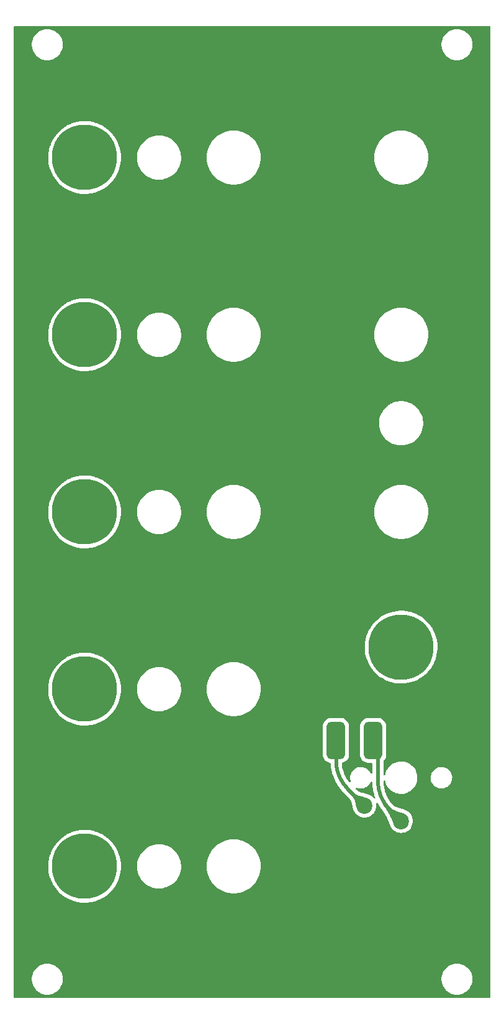
<source format=gbr>
G04 #@! TF.GenerationSoftware,KiCad,Pcbnew,(6.0.5)*
G04 #@! TF.CreationDate,2022-05-27T13:24:47-04:00*
G04 #@! TF.ProjectId,minidrone-rounded,6d696e69-6472-46f6-9e65-2d726f756e64,rev?*
G04 #@! TF.SameCoordinates,Original*
G04 #@! TF.FileFunction,Copper,L2,Bot*
G04 #@! TF.FilePolarity,Positive*
%FSLAX46Y46*%
G04 Gerber Fmt 4.6, Leading zero omitted, Abs format (unit mm)*
G04 Created by KiCad (PCBNEW (6.0.5)) date 2022-05-27 13:24:47*
%MOMM*%
%LPD*%
G01*
G04 APERTURE LIST*
G04 Aperture macros list*
%AMRoundRect*
0 Rectangle with rounded corners*
0 $1 Rounding radius*
0 $2 $3 $4 $5 $6 $7 $8 $9 X,Y pos of 4 corners*
0 Add a 4 corners polygon primitive as box body*
4,1,4,$2,$3,$4,$5,$6,$7,$8,$9,$2,$3,0*
0 Add four circle primitives for the rounded corners*
1,1,$1+$1,$2,$3*
1,1,$1+$1,$4,$5*
1,1,$1+$1,$6,$7*
1,1,$1+$1,$8,$9*
0 Add four rect primitives between the rounded corners*
20,1,$1+$1,$2,$3,$4,$5,0*
20,1,$1+$1,$4,$5,$6,$7,0*
20,1,$1+$1,$6,$7,$8,$9,0*
20,1,$1+$1,$8,$9,$2,$3,0*%
G04 Aperture macros list end*
G04 #@! TA.AperFunction,ComponentPad*
%ADD10C,2.200000*%
G04 #@! TD*
G04 #@! TA.AperFunction,ComponentPad*
%ADD11C,8.890000*%
G04 #@! TD*
G04 #@! TA.AperFunction,SMDPad,CuDef*
%ADD12RoundRect,0.635000X0.635000X1.905000X-0.635000X1.905000X-0.635000X-1.905000X0.635000X-1.905000X0*%
G04 #@! TD*
G04 #@! TA.AperFunction,Conductor*
%ADD13C,0.500000*%
G04 #@! TD*
G04 APERTURE END LIST*
D10*
X116840000Y-134805000D03*
X111840000Y-132705000D03*
D11*
X73660000Y-92710000D03*
X73660000Y-44450000D03*
X73660000Y-68580000D03*
X116840000Y-111125000D03*
D12*
X113030000Y-123825000D03*
X107950000Y-123825000D03*
D11*
X73660000Y-140970000D03*
X73660000Y-116840000D03*
D13*
X113347500Y-124142500D02*
X113030000Y-123825000D01*
X113665000Y-129384935D02*
X113665000Y-124909012D01*
X115252500Y-133217500D02*
X116840000Y-134805000D01*
X107993848Y-127271656D02*
G75*
G03*
X109543793Y-130408791I5418552J725656D01*
G01*
X107993860Y-123868860D02*
X107950000Y-123825000D01*
X111840000Y-132705000D02*
X109543792Y-130408792D01*
X107993860Y-127271654D02*
X107993860Y-123868860D01*
X115252511Y-133217489D02*
G75*
G02*
X113665000Y-129384935I3832589J3832589D01*
G01*
X113664994Y-124909012D02*
G75*
G03*
X113347500Y-124142500I-1083994J12D01*
G01*
G04 #@! TA.AperFunction,Conductor*
G36*
X114661762Y-132060808D02*
G01*
X114885119Y-132406923D01*
X115103081Y-132692357D01*
X115103289Y-132692578D01*
X115103294Y-132692584D01*
X115303002Y-132904841D01*
X115315912Y-132918562D01*
X115316188Y-132918791D01*
X115316195Y-132918798D01*
X115499306Y-133070984D01*
X115530029Y-133096518D01*
X115751847Y-133237205D01*
X115752138Y-133237346D01*
X115752145Y-133237350D01*
X115858465Y-133288901D01*
X115987781Y-133351603D01*
X116244247Y-133450694D01*
X116244371Y-133450735D01*
X116244378Y-133450738D01*
X116527603Y-133545438D01*
X116527660Y-133545457D01*
X116527683Y-133545464D01*
X116527691Y-133545467D01*
X116844358Y-133646848D01*
X116844496Y-133646893D01*
X117193160Y-133763307D01*
X117199922Y-133769178D01*
X117201153Y-133774176D01*
X117228670Y-135181743D01*
X117225405Y-135190082D01*
X117216743Y-135193670D01*
X116781506Y-135185162D01*
X115808931Y-135166149D01*
X115800728Y-135162561D01*
X115798172Y-135158468D01*
X115666386Y-134797939D01*
X115666383Y-134797932D01*
X115666346Y-134797830D01*
X115539083Y-134488017D01*
X115414491Y-134221545D01*
X115287928Y-133983405D01*
X115203666Y-133841162D01*
X115154808Y-133758685D01*
X115154799Y-133758670D01*
X115154752Y-133758591D01*
X115010323Y-133532096D01*
X114849998Y-133288910D01*
X114669166Y-133014072D01*
X114669089Y-133013953D01*
X114463179Y-132692569D01*
X114463065Y-132692389D01*
X114233430Y-132319205D01*
X114232013Y-132310363D01*
X114237361Y-132303050D01*
X114442282Y-132179695D01*
X114645896Y-132057128D01*
X114654751Y-132055797D01*
X114661762Y-132060808D01*
G37*
G04 #@! TD.AperFunction*
G04 #@! TA.AperFunction,Conductor*
G36*
X110320912Y-130831788D02*
G01*
X110520195Y-131017318D01*
X110708117Y-131163985D01*
X110708380Y-131164149D01*
X110708383Y-131164151D01*
X110730047Y-131177650D01*
X110882215Y-131272467D01*
X110882508Y-131272606D01*
X110882512Y-131272608D01*
X111048018Y-131351009D01*
X111048024Y-131351011D01*
X111048289Y-131351137D01*
X111095172Y-131367512D01*
X111211919Y-131408291D01*
X111211930Y-131408294D01*
X111212138Y-131408367D01*
X111212360Y-131408426D01*
X111212368Y-131408428D01*
X111379469Y-131452504D01*
X111379480Y-131452507D01*
X111379561Y-131452528D01*
X111556359Y-131491993D01*
X111556375Y-131491997D01*
X111748130Y-131535087D01*
X111748497Y-131535175D01*
X111960999Y-131590247D01*
X111961557Y-131590407D01*
X112192977Y-131663394D01*
X112199836Y-131669150D01*
X112201156Y-131674323D01*
X112228670Y-133081743D01*
X112225405Y-133090082D01*
X112216743Y-133093670D01*
X110809323Y-133066156D01*
X110801119Y-133062568D01*
X110798394Y-133057977D01*
X110725411Y-132826570D01*
X110725243Y-132825986D01*
X110670176Y-132613500D01*
X110670087Y-132613130D01*
X110626993Y-132421359D01*
X110626989Y-132421343D01*
X110587548Y-132244652D01*
X110587528Y-132244561D01*
X110543367Y-132077138D01*
X110486137Y-131913289D01*
X110407467Y-131747215D01*
X110309703Y-131590318D01*
X110299151Y-131573383D01*
X110299149Y-131573380D01*
X110298985Y-131573117D01*
X110152318Y-131385195D01*
X109966789Y-131185912D01*
X109963659Y-131177523D01*
X109967079Y-131169668D01*
X110304668Y-130832079D01*
X110312941Y-130828652D01*
X110320912Y-130831788D01*
G37*
G04 #@! TD.AperFunction*
G04 #@! TA.AperFunction,Conductor*
G36*
X114661762Y-132060808D02*
G01*
X114885119Y-132406923D01*
X115103081Y-132692357D01*
X115103289Y-132692578D01*
X115103294Y-132692584D01*
X115303002Y-132904841D01*
X115315912Y-132918562D01*
X115316188Y-132918791D01*
X115316195Y-132918798D01*
X115499306Y-133070984D01*
X115530029Y-133096518D01*
X115751847Y-133237205D01*
X115752138Y-133237346D01*
X115752145Y-133237350D01*
X115858465Y-133288901D01*
X115987781Y-133351603D01*
X116244247Y-133450694D01*
X116244371Y-133450735D01*
X116244378Y-133450738D01*
X116527603Y-133545438D01*
X116527660Y-133545457D01*
X116527683Y-133545464D01*
X116527691Y-133545467D01*
X116844358Y-133646848D01*
X116844496Y-133646893D01*
X117193160Y-133763307D01*
X117199922Y-133769178D01*
X117201153Y-133774176D01*
X117228670Y-135181743D01*
X117225405Y-135190082D01*
X117216743Y-135193670D01*
X116781506Y-135185162D01*
X115808931Y-135166149D01*
X115800728Y-135162561D01*
X115798172Y-135158468D01*
X115666386Y-134797939D01*
X115666383Y-134797932D01*
X115666346Y-134797830D01*
X115539083Y-134488017D01*
X115414491Y-134221545D01*
X115287928Y-133983405D01*
X115203666Y-133841162D01*
X115154808Y-133758685D01*
X115154799Y-133758670D01*
X115154752Y-133758591D01*
X115010323Y-133532096D01*
X114849998Y-133288910D01*
X114669166Y-133014072D01*
X114669089Y-133013953D01*
X114463179Y-132692569D01*
X114463065Y-132692389D01*
X114233430Y-132319205D01*
X114232013Y-132310363D01*
X114237361Y-132303050D01*
X114442282Y-132179695D01*
X114645896Y-132057128D01*
X114654751Y-132055797D01*
X114661762Y-132060808D01*
G37*
G04 #@! TD.AperFunction*
G04 #@! TA.AperFunction,Conductor*
G36*
X110320912Y-130831788D02*
G01*
X110520195Y-131017318D01*
X110708117Y-131163985D01*
X110708380Y-131164149D01*
X110708383Y-131164151D01*
X110730047Y-131177650D01*
X110882215Y-131272467D01*
X110882508Y-131272606D01*
X110882512Y-131272608D01*
X111048018Y-131351009D01*
X111048024Y-131351011D01*
X111048289Y-131351137D01*
X111095172Y-131367512D01*
X111211919Y-131408291D01*
X111211930Y-131408294D01*
X111212138Y-131408367D01*
X111212360Y-131408426D01*
X111212368Y-131408428D01*
X111379469Y-131452504D01*
X111379480Y-131452507D01*
X111379561Y-131452528D01*
X111556359Y-131491993D01*
X111556375Y-131491997D01*
X111748130Y-131535087D01*
X111748497Y-131535175D01*
X111960999Y-131590247D01*
X111961557Y-131590407D01*
X112192977Y-131663394D01*
X112199836Y-131669150D01*
X112201156Y-131674323D01*
X112228670Y-133081743D01*
X112225405Y-133090082D01*
X112216743Y-133093670D01*
X110809323Y-133066156D01*
X110801119Y-133062568D01*
X110798394Y-133057977D01*
X110725411Y-132826570D01*
X110725243Y-132825986D01*
X110670176Y-132613500D01*
X110670087Y-132613130D01*
X110626993Y-132421359D01*
X110626989Y-132421343D01*
X110587548Y-132244652D01*
X110587528Y-132244561D01*
X110543367Y-132077138D01*
X110486137Y-131913289D01*
X110407467Y-131747215D01*
X110309703Y-131590318D01*
X110299151Y-131573383D01*
X110299149Y-131573380D01*
X110298985Y-131573117D01*
X110152318Y-131385195D01*
X109966789Y-131185912D01*
X109963659Y-131177523D01*
X109967079Y-131169668D01*
X110304668Y-130832079D01*
X110312941Y-130828652D01*
X110320912Y-130831788D01*
G37*
G04 #@! TD.AperFunction*
G04 #@! TA.AperFunction,Conductor*
G36*
X114661762Y-132060808D02*
G01*
X114885119Y-132406923D01*
X115103081Y-132692357D01*
X115103289Y-132692578D01*
X115103294Y-132692584D01*
X115303002Y-132904841D01*
X115315912Y-132918562D01*
X115316188Y-132918791D01*
X115316195Y-132918798D01*
X115499306Y-133070984D01*
X115530029Y-133096518D01*
X115751847Y-133237205D01*
X115752138Y-133237346D01*
X115752145Y-133237350D01*
X115858465Y-133288901D01*
X115987781Y-133351603D01*
X116244247Y-133450694D01*
X116244371Y-133450735D01*
X116244378Y-133450738D01*
X116527603Y-133545438D01*
X116527660Y-133545457D01*
X116527683Y-133545464D01*
X116527691Y-133545467D01*
X116844358Y-133646848D01*
X116844496Y-133646893D01*
X117193160Y-133763307D01*
X117199922Y-133769178D01*
X117201153Y-133774176D01*
X117228670Y-135181743D01*
X117225405Y-135190082D01*
X117216743Y-135193670D01*
X116781506Y-135185162D01*
X115808931Y-135166149D01*
X115800728Y-135162561D01*
X115798172Y-135158468D01*
X115666386Y-134797939D01*
X115666383Y-134797932D01*
X115666346Y-134797830D01*
X115539083Y-134488017D01*
X115414491Y-134221545D01*
X115287928Y-133983405D01*
X115203666Y-133841162D01*
X115154808Y-133758685D01*
X115154799Y-133758670D01*
X115154752Y-133758591D01*
X115010323Y-133532096D01*
X114849998Y-133288910D01*
X114669166Y-133014072D01*
X114669089Y-133013953D01*
X114463179Y-132692569D01*
X114463065Y-132692389D01*
X114233430Y-132319205D01*
X114232013Y-132310363D01*
X114237361Y-132303050D01*
X114442282Y-132179695D01*
X114645896Y-132057128D01*
X114654751Y-132055797D01*
X114661762Y-132060808D01*
G37*
G04 #@! TD.AperFunction*
G04 #@! TA.AperFunction,Conductor*
G36*
X110320912Y-130831788D02*
G01*
X110520195Y-131017318D01*
X110708117Y-131163985D01*
X110708380Y-131164149D01*
X110708383Y-131164151D01*
X110730047Y-131177650D01*
X110882215Y-131272467D01*
X110882508Y-131272606D01*
X110882512Y-131272608D01*
X111048018Y-131351009D01*
X111048024Y-131351011D01*
X111048289Y-131351137D01*
X111095172Y-131367512D01*
X111211919Y-131408291D01*
X111211930Y-131408294D01*
X111212138Y-131408367D01*
X111212360Y-131408426D01*
X111212368Y-131408428D01*
X111379469Y-131452504D01*
X111379480Y-131452507D01*
X111379561Y-131452528D01*
X111556359Y-131491993D01*
X111556375Y-131491997D01*
X111748130Y-131535087D01*
X111748497Y-131535175D01*
X111960999Y-131590247D01*
X111961557Y-131590407D01*
X112192977Y-131663394D01*
X112199836Y-131669150D01*
X112201156Y-131674323D01*
X112228670Y-133081743D01*
X112225405Y-133090082D01*
X112216743Y-133093670D01*
X110809323Y-133066156D01*
X110801119Y-133062568D01*
X110798394Y-133057977D01*
X110725411Y-132826570D01*
X110725243Y-132825986D01*
X110670176Y-132613500D01*
X110670087Y-132613130D01*
X110626993Y-132421359D01*
X110626989Y-132421343D01*
X110587548Y-132244652D01*
X110587528Y-132244561D01*
X110543367Y-132077138D01*
X110486137Y-131913289D01*
X110407467Y-131747215D01*
X110309703Y-131590318D01*
X110299151Y-131573383D01*
X110299149Y-131573380D01*
X110298985Y-131573117D01*
X110152318Y-131385195D01*
X109966789Y-131185912D01*
X109963659Y-131177523D01*
X109967079Y-131169668D01*
X110304668Y-130832079D01*
X110312941Y-130828652D01*
X110320912Y-130831788D01*
G37*
G04 #@! TD.AperFunction*
G04 #@! TA.AperFunction,Conductor*
G36*
X114661762Y-132060808D02*
G01*
X114885119Y-132406923D01*
X115103081Y-132692357D01*
X115103289Y-132692578D01*
X115103294Y-132692584D01*
X115303002Y-132904841D01*
X115315912Y-132918562D01*
X115316188Y-132918791D01*
X115316195Y-132918798D01*
X115499306Y-133070984D01*
X115530029Y-133096518D01*
X115751847Y-133237205D01*
X115752138Y-133237346D01*
X115752145Y-133237350D01*
X115858465Y-133288901D01*
X115987781Y-133351603D01*
X116244247Y-133450694D01*
X116244371Y-133450735D01*
X116244378Y-133450738D01*
X116527603Y-133545438D01*
X116527660Y-133545457D01*
X116527683Y-133545464D01*
X116527691Y-133545467D01*
X116844358Y-133646848D01*
X116844496Y-133646893D01*
X117193160Y-133763307D01*
X117199922Y-133769178D01*
X117201153Y-133774176D01*
X117228670Y-135181743D01*
X117225405Y-135190082D01*
X117216743Y-135193670D01*
X116781506Y-135185162D01*
X115808931Y-135166149D01*
X115800728Y-135162561D01*
X115798172Y-135158468D01*
X115666386Y-134797939D01*
X115666383Y-134797932D01*
X115666346Y-134797830D01*
X115539083Y-134488017D01*
X115414491Y-134221545D01*
X115287928Y-133983405D01*
X115203666Y-133841162D01*
X115154808Y-133758685D01*
X115154799Y-133758670D01*
X115154752Y-133758591D01*
X115010323Y-133532096D01*
X114849998Y-133288910D01*
X114669166Y-133014072D01*
X114669089Y-133013953D01*
X114463179Y-132692569D01*
X114463065Y-132692389D01*
X114233430Y-132319205D01*
X114232013Y-132310363D01*
X114237361Y-132303050D01*
X114442282Y-132179695D01*
X114645896Y-132057128D01*
X114654751Y-132055797D01*
X114661762Y-132060808D01*
G37*
G04 #@! TD.AperFunction*
G04 #@! TA.AperFunction,Conductor*
G36*
X110320912Y-130831788D02*
G01*
X110520195Y-131017318D01*
X110708117Y-131163985D01*
X110708380Y-131164149D01*
X110708383Y-131164151D01*
X110730047Y-131177650D01*
X110882215Y-131272467D01*
X110882508Y-131272606D01*
X110882512Y-131272608D01*
X111048018Y-131351009D01*
X111048024Y-131351011D01*
X111048289Y-131351137D01*
X111095172Y-131367512D01*
X111211919Y-131408291D01*
X111211930Y-131408294D01*
X111212138Y-131408367D01*
X111212360Y-131408426D01*
X111212368Y-131408428D01*
X111379469Y-131452504D01*
X111379480Y-131452507D01*
X111379561Y-131452528D01*
X111556359Y-131491993D01*
X111556375Y-131491997D01*
X111748130Y-131535087D01*
X111748497Y-131535175D01*
X111960999Y-131590247D01*
X111961557Y-131590407D01*
X112192977Y-131663394D01*
X112199836Y-131669150D01*
X112201156Y-131674323D01*
X112228670Y-133081743D01*
X112225405Y-133090082D01*
X112216743Y-133093670D01*
X110809323Y-133066156D01*
X110801119Y-133062568D01*
X110798394Y-133057977D01*
X110725411Y-132826570D01*
X110725243Y-132825986D01*
X110670176Y-132613500D01*
X110670087Y-132613130D01*
X110626993Y-132421359D01*
X110626989Y-132421343D01*
X110587548Y-132244652D01*
X110587528Y-132244561D01*
X110543367Y-132077138D01*
X110486137Y-131913289D01*
X110407467Y-131747215D01*
X110309703Y-131590318D01*
X110299151Y-131573383D01*
X110299149Y-131573380D01*
X110298985Y-131573117D01*
X110152318Y-131385195D01*
X109966789Y-131185912D01*
X109963659Y-131177523D01*
X109967079Y-131169668D01*
X110304668Y-130832079D01*
X110312941Y-130828652D01*
X110320912Y-130831788D01*
G37*
G04 #@! TD.AperFunction*
G04 #@! TA.AperFunction,NonConductor*
G36*
X112859052Y-129469131D02*
G01*
X112901336Y-129526162D01*
X112908998Y-129565149D01*
X112918316Y-129825993D01*
X112918556Y-129828226D01*
X112918557Y-129828239D01*
X112961474Y-130227403D01*
X112965495Y-130264799D01*
X112965895Y-130267016D01*
X112965896Y-130267023D01*
X113030712Y-130626260D01*
X113043858Y-130699122D01*
X113088110Y-130872497D01*
X113149607Y-131113436D01*
X113153004Y-131126747D01*
X113153707Y-131128861D01*
X113153712Y-131128876D01*
X113199182Y-131265489D01*
X113292379Y-131545496D01*
X113293234Y-131547560D01*
X113296222Y-131554774D01*
X113303808Y-131625364D01*
X113272026Y-131688850D01*
X113210967Y-131725075D01*
X113140016Y-131722539D01*
X113084000Y-131684818D01*
X112984111Y-131567863D01*
X112984106Y-131567858D01*
X112980898Y-131564102D01*
X112788376Y-131399672D01*
X112572502Y-131267384D01*
X112567932Y-131265491D01*
X112567928Y-131265489D01*
X112491921Y-131234006D01*
X112357872Y-131178481D01*
X112351526Y-131175643D01*
X112347429Y-131173673D01*
X112342543Y-131172132D01*
X112342557Y-131172089D01*
X112342079Y-131171900D01*
X112341956Y-131171889D01*
X112338591Y-131170495D01*
X112333781Y-131169341D01*
X112330714Y-131168344D01*
X112329212Y-131167928D01*
X112191747Y-131124573D01*
X112116457Y-131100827D01*
X112116420Y-131100816D01*
X112116009Y-131100686D01*
X112103094Y-131096798D01*
X112102536Y-131096638D01*
X112102217Y-131096551D01*
X112102167Y-131096537D01*
X112090164Y-131093262D01*
X112090117Y-131093250D01*
X112089822Y-131093169D01*
X112089529Y-131093093D01*
X111877537Y-131038153D01*
X111877502Y-131038144D01*
X111877320Y-131038097D01*
X111868231Y-131035829D01*
X111867864Y-131035741D01*
X111860713Y-131034081D01*
X111668995Y-130990999D01*
X111668960Y-130990980D01*
X111668958Y-130990991D01*
X111668247Y-130990831D01*
X111503366Y-130954026D01*
X111498681Y-130952886D01*
X111367288Y-130918229D01*
X111357874Y-130915348D01*
X111264500Y-130882733D01*
X111264496Y-130882732D01*
X111263090Y-130882241D01*
X111249742Y-130877579D01*
X111237365Y-130872504D01*
X111135267Y-130824139D01*
X111122577Y-130817209D01*
X111008332Y-130746023D01*
X110997443Y-130738413D01*
X110858062Y-130629630D01*
X110849729Y-130622522D01*
X110706092Y-130488798D01*
X110669863Y-130427741D01*
X110672395Y-130356789D01*
X110712884Y-130298470D01*
X110778476Y-130271299D01*
X110833910Y-130278138D01*
X110834656Y-130278484D01*
X111065768Y-130342576D01*
X111169479Y-130353660D01*
X111258222Y-130363144D01*
X111258230Y-130363144D01*
X111261557Y-130363500D01*
X111400803Y-130363500D01*
X111403376Y-130363288D01*
X111403387Y-130363288D01*
X111573876Y-130349271D01*
X111573882Y-130349270D01*
X111579027Y-130348847D01*
X111695332Y-130319633D01*
X111806625Y-130291679D01*
X111806629Y-130291678D01*
X111811636Y-130290420D01*
X111816366Y-130288364D01*
X111816373Y-130288361D01*
X112026841Y-130196847D01*
X112026844Y-130196845D01*
X112031578Y-130194787D01*
X112035912Y-130191983D01*
X112035916Y-130191981D01*
X112228604Y-130067325D01*
X112228607Y-130067323D01*
X112232947Y-130064515D01*
X112254101Y-130045267D01*
X112406513Y-129906582D01*
X112406514Y-129906580D01*
X112410335Y-129903104D01*
X112413534Y-129899053D01*
X112413538Y-129899049D01*
X112552095Y-129723605D01*
X112558979Y-129714888D01*
X112658906Y-129533872D01*
X112672771Y-129508756D01*
X112723204Y-129458786D01*
X112792646Y-129444014D01*
X112859052Y-129469131D01*
G37*
G04 #@! TD.AperFunction*
G04 #@! TA.AperFunction,NonConductor*
G36*
X128973621Y-26563502D02*
G01*
X129020114Y-26617158D01*
X129031500Y-26669500D01*
X129031500Y-158750500D01*
X129011498Y-158818621D01*
X128957842Y-158865114D01*
X128905500Y-158876500D01*
X64134500Y-158876500D01*
X64066379Y-158856498D01*
X64019886Y-158802842D01*
X64008500Y-158750500D01*
X64008500Y-156469703D01*
X66470743Y-156469703D01*
X66508268Y-156754734D01*
X66584129Y-157032036D01*
X66696923Y-157296476D01*
X66844561Y-157543161D01*
X67024313Y-157767528D01*
X67232851Y-157965423D01*
X67466317Y-158133186D01*
X67470112Y-158135195D01*
X67470113Y-158135196D01*
X67491869Y-158146715D01*
X67720392Y-158267712D01*
X67990373Y-158366511D01*
X68271264Y-158427755D01*
X68299841Y-158430004D01*
X68494282Y-158445307D01*
X68494291Y-158445307D01*
X68496739Y-158445500D01*
X68652271Y-158445500D01*
X68654407Y-158445354D01*
X68654418Y-158445354D01*
X68862548Y-158431165D01*
X68862554Y-158431164D01*
X68866825Y-158430873D01*
X68871020Y-158430004D01*
X68871022Y-158430004D01*
X69007584Y-158401723D01*
X69148342Y-158372574D01*
X69419343Y-158276607D01*
X69674812Y-158144750D01*
X69678313Y-158142289D01*
X69678317Y-158142287D01*
X69792417Y-158062096D01*
X69910023Y-157979441D01*
X70120622Y-157783740D01*
X70302713Y-157561268D01*
X70452927Y-157316142D01*
X70568483Y-157052898D01*
X70647244Y-156776406D01*
X70687751Y-156491784D01*
X70687845Y-156473951D01*
X70687867Y-156469703D01*
X122350743Y-156469703D01*
X122388268Y-156754734D01*
X122464129Y-157032036D01*
X122576923Y-157296476D01*
X122724561Y-157543161D01*
X122904313Y-157767528D01*
X123112851Y-157965423D01*
X123346317Y-158133186D01*
X123350112Y-158135195D01*
X123350113Y-158135196D01*
X123371869Y-158146715D01*
X123600392Y-158267712D01*
X123870373Y-158366511D01*
X124151264Y-158427755D01*
X124179841Y-158430004D01*
X124374282Y-158445307D01*
X124374291Y-158445307D01*
X124376739Y-158445500D01*
X124532271Y-158445500D01*
X124534407Y-158445354D01*
X124534418Y-158445354D01*
X124742548Y-158431165D01*
X124742554Y-158431164D01*
X124746825Y-158430873D01*
X124751020Y-158430004D01*
X124751022Y-158430004D01*
X124887584Y-158401723D01*
X125028342Y-158372574D01*
X125299343Y-158276607D01*
X125554812Y-158144750D01*
X125558313Y-158142289D01*
X125558317Y-158142287D01*
X125672417Y-158062096D01*
X125790023Y-157979441D01*
X126000622Y-157783740D01*
X126182713Y-157561268D01*
X126332927Y-157316142D01*
X126448483Y-157052898D01*
X126527244Y-156776406D01*
X126567751Y-156491784D01*
X126567845Y-156473951D01*
X126569235Y-156208583D01*
X126569235Y-156208576D01*
X126569257Y-156204297D01*
X126531732Y-155919266D01*
X126455871Y-155641964D01*
X126343077Y-155377524D01*
X126195439Y-155130839D01*
X126015687Y-154906472D01*
X125807149Y-154708577D01*
X125573683Y-154540814D01*
X125551843Y-154529250D01*
X125528654Y-154516972D01*
X125319608Y-154406288D01*
X125049627Y-154307489D01*
X124768736Y-154246245D01*
X124737685Y-154243801D01*
X124545718Y-154228693D01*
X124545709Y-154228693D01*
X124543261Y-154228500D01*
X124387729Y-154228500D01*
X124385593Y-154228646D01*
X124385582Y-154228646D01*
X124177452Y-154242835D01*
X124177446Y-154242836D01*
X124173175Y-154243127D01*
X124168980Y-154243996D01*
X124168978Y-154243996D01*
X124032417Y-154272276D01*
X123891658Y-154301426D01*
X123620657Y-154397393D01*
X123365188Y-154529250D01*
X123361687Y-154531711D01*
X123361683Y-154531713D01*
X123351594Y-154538804D01*
X123129977Y-154694559D01*
X122919378Y-154890260D01*
X122737287Y-155112732D01*
X122587073Y-155357858D01*
X122471517Y-155621102D01*
X122392756Y-155897594D01*
X122352249Y-156182216D01*
X122352227Y-156186505D01*
X122352226Y-156186512D01*
X122350765Y-156465417D01*
X122350743Y-156469703D01*
X70687867Y-156469703D01*
X70689235Y-156208583D01*
X70689235Y-156208576D01*
X70689257Y-156204297D01*
X70651732Y-155919266D01*
X70575871Y-155641964D01*
X70463077Y-155377524D01*
X70315439Y-155130839D01*
X70135687Y-154906472D01*
X69927149Y-154708577D01*
X69693683Y-154540814D01*
X69671843Y-154529250D01*
X69648654Y-154516972D01*
X69439608Y-154406288D01*
X69169627Y-154307489D01*
X68888736Y-154246245D01*
X68857685Y-154243801D01*
X68665718Y-154228693D01*
X68665709Y-154228693D01*
X68663261Y-154228500D01*
X68507729Y-154228500D01*
X68505593Y-154228646D01*
X68505582Y-154228646D01*
X68297452Y-154242835D01*
X68297446Y-154242836D01*
X68293175Y-154243127D01*
X68288980Y-154243996D01*
X68288978Y-154243996D01*
X68152417Y-154272276D01*
X68011658Y-154301426D01*
X67740657Y-154397393D01*
X67485188Y-154529250D01*
X67481687Y-154531711D01*
X67481683Y-154531713D01*
X67471594Y-154538804D01*
X67249977Y-154694559D01*
X67039378Y-154890260D01*
X66857287Y-155112732D01*
X66707073Y-155357858D01*
X66591517Y-155621102D01*
X66512756Y-155897594D01*
X66472249Y-156182216D01*
X66472227Y-156186505D01*
X66472226Y-156186512D01*
X66470765Y-156465417D01*
X66470743Y-156469703D01*
X64008500Y-156469703D01*
X64008500Y-140840202D01*
X68703206Y-140840202D01*
X68711291Y-141281346D01*
X68758560Y-141720026D01*
X68759106Y-141722769D01*
X68759107Y-141722778D01*
X68836514Y-142111929D01*
X68844637Y-142152766D01*
X68845420Y-142155435D01*
X68845421Y-142155439D01*
X68924470Y-142424892D01*
X68968842Y-142576142D01*
X68969862Y-142578738D01*
X68969863Y-142578741D01*
X69112506Y-142941789D01*
X69130191Y-142986801D01*
X69205780Y-143138078D01*
X69283771Y-143294161D01*
X69327407Y-143381491D01*
X69558927Y-143757086D01*
X69822919Y-144110615D01*
X69824780Y-144112693D01*
X69824781Y-144112694D01*
X70085623Y-144403918D01*
X70117292Y-144439276D01*
X70119329Y-144441179D01*
X70119336Y-144441186D01*
X70266295Y-144578467D01*
X70439716Y-144740468D01*
X70787638Y-145011805D01*
X71158303Y-145251141D01*
X71548776Y-145456579D01*
X71551374Y-145457663D01*
X71551378Y-145457665D01*
X71953367Y-145625408D01*
X71953377Y-145625412D01*
X71955966Y-145626492D01*
X72376648Y-145759536D01*
X72807491Y-145854658D01*
X72810265Y-145855016D01*
X72810266Y-145855016D01*
X73242313Y-145910746D01*
X73242323Y-145910747D01*
X73245084Y-145911103D01*
X73247871Y-145911213D01*
X73247877Y-145911213D01*
X73503637Y-145921261D01*
X73685962Y-145928425D01*
X73688754Y-145928286D01*
X73688759Y-145928286D01*
X74123831Y-145906627D01*
X74123840Y-145906626D01*
X74126635Y-145906487D01*
X74129412Y-145906099D01*
X74129414Y-145906099D01*
X74204530Y-145895609D01*
X74563614Y-145845463D01*
X74566324Y-145844835D01*
X74566334Y-145844833D01*
X74990710Y-145746467D01*
X74993437Y-145745835D01*
X75213734Y-145673618D01*
X75410050Y-145609263D01*
X75410056Y-145609261D01*
X75412703Y-145608393D01*
X75818090Y-145434224D01*
X76206391Y-145224709D01*
X76574529Y-144981505D01*
X76919591Y-144706539D01*
X77238843Y-144401987D01*
X77240680Y-144399893D01*
X77240688Y-144399884D01*
X77527912Y-144072367D01*
X77529759Y-144070261D01*
X77607661Y-143963627D01*
X77748786Y-143770449D01*
X77790034Y-143713988D01*
X77844211Y-143624001D01*
X78016158Y-143338399D01*
X78016163Y-143338390D01*
X78017609Y-143335988D01*
X78187542Y-142986801D01*
X78209447Y-142941789D01*
X78209448Y-142941786D01*
X78210680Y-142939255D01*
X78367720Y-142526929D01*
X78374174Y-142504047D01*
X78462081Y-142192350D01*
X78487484Y-142102276D01*
X78530300Y-141874589D01*
X78568509Y-141671405D01*
X78568511Y-141671393D01*
X78569025Y-141668658D01*
X78599134Y-141358807D01*
X78611483Y-141231724D01*
X78611484Y-141231712D01*
X78611698Y-141229507D01*
X78615189Y-141096196D01*
X80809044Y-141096196D01*
X80809405Y-141099810D01*
X80809405Y-141099816D01*
X80822350Y-141229507D01*
X80843503Y-141441431D01*
X80917414Y-141780417D01*
X81029797Y-142108661D01*
X81179163Y-142421812D01*
X81363532Y-142715721D01*
X81365804Y-142718557D01*
X81365809Y-142718564D01*
X81444708Y-142817046D01*
X81580459Y-142986491D01*
X81583037Y-142989042D01*
X81730838Y-143135303D01*
X81827071Y-143230534D01*
X81829929Y-143232775D01*
X82094812Y-143440469D01*
X82100098Y-143444614D01*
X82395921Y-143625895D01*
X82399206Y-143627420D01*
X82399210Y-143627422D01*
X82585702Y-143713988D01*
X82710620Y-143771973D01*
X82814926Y-143806469D01*
X83036578Y-143879774D01*
X83036583Y-143879775D01*
X83040023Y-143880913D01*
X83043578Y-143881649D01*
X83043581Y-143881650D01*
X83376214Y-143950535D01*
X83376217Y-143950535D01*
X83379764Y-143951270D01*
X83518221Y-143963627D01*
X83682076Y-143978251D01*
X83682082Y-143978251D01*
X83684869Y-143978500D01*
X83908432Y-143978500D01*
X83910251Y-143978395D01*
X83910255Y-143978395D01*
X84162754Y-143963836D01*
X84162759Y-143963835D01*
X84166374Y-143963627D01*
X84241388Y-143950535D01*
X84504585Y-143904600D01*
X84504592Y-143904598D01*
X84508158Y-143903976D01*
X84511633Y-143902947D01*
X84511640Y-143902945D01*
X84644863Y-143863482D01*
X84840820Y-143805437D01*
X84844159Y-143804013D01*
X85156614Y-143670740D01*
X85156617Y-143670738D01*
X85159952Y-143669316D01*
X85163099Y-143667521D01*
X85163103Y-143667519D01*
X85458184Y-143499208D01*
X85461324Y-143497417D01*
X85545546Y-143435550D01*
X85565265Y-143421065D01*
X85740940Y-143292018D01*
X85995096Y-143055842D01*
X86220422Y-142792019D01*
X86413931Y-142504047D01*
X86573060Y-142195741D01*
X86695698Y-141871189D01*
X86728630Y-141740083D01*
X86779337Y-141538206D01*
X86780220Y-141534692D01*
X86803376Y-141358807D01*
X86825032Y-141194315D01*
X86825033Y-141194307D01*
X86825506Y-141190711D01*
X86828938Y-140972234D01*
X86828973Y-140970000D01*
X90291445Y-140970000D01*
X90311651Y-141355559D01*
X90312164Y-141358799D01*
X90312165Y-141358807D01*
X90339454Y-141531099D01*
X90372049Y-141736894D01*
X90471976Y-142109826D01*
X90610337Y-142470270D01*
X90611835Y-142473210D01*
X90774277Y-142792019D01*
X90785618Y-142814277D01*
X90995896Y-143138078D01*
X91238869Y-143438125D01*
X91511875Y-143711131D01*
X91811922Y-143954104D01*
X91814697Y-143955906D01*
X92049483Y-144108377D01*
X92135723Y-144164382D01*
X92138657Y-144165877D01*
X92138664Y-144165881D01*
X92476790Y-144338165D01*
X92479730Y-144339663D01*
X92840174Y-144478024D01*
X93213106Y-144577951D01*
X93415643Y-144610030D01*
X93591193Y-144637835D01*
X93591201Y-144637836D01*
X93594441Y-144638349D01*
X93883543Y-144653500D01*
X94076457Y-144653500D01*
X94365559Y-144638349D01*
X94368799Y-144637836D01*
X94368807Y-144637835D01*
X94544357Y-144610030D01*
X94746894Y-144577951D01*
X95119826Y-144478024D01*
X95480270Y-144339663D01*
X95483210Y-144338165D01*
X95821336Y-144165881D01*
X95821343Y-144165877D01*
X95824277Y-144164382D01*
X95910518Y-144108377D01*
X96145303Y-143955906D01*
X96148078Y-143954104D01*
X96448125Y-143711131D01*
X96721131Y-143438125D01*
X96964104Y-143138078D01*
X97064387Y-142983655D01*
X97172584Y-142817047D01*
X97172586Y-142817044D01*
X97174382Y-142814278D01*
X97175882Y-142811336D01*
X97348165Y-142473210D01*
X97349663Y-142470270D01*
X97488024Y-142109826D01*
X97587951Y-141736894D01*
X97620546Y-141531099D01*
X97647835Y-141358807D01*
X97647836Y-141358799D01*
X97648349Y-141355559D01*
X97668555Y-140970000D01*
X97648349Y-140584441D01*
X97640048Y-140532026D01*
X97588467Y-140206367D01*
X97587951Y-140203106D01*
X97488024Y-139830174D01*
X97349663Y-139469730D01*
X97330922Y-139432949D01*
X97175881Y-139128664D01*
X97175877Y-139128657D01*
X97174382Y-139125723D01*
X96964104Y-138801922D01*
X96721131Y-138501875D01*
X96448125Y-138228869D01*
X96148078Y-137985896D01*
X95824277Y-137775618D01*
X95821343Y-137774123D01*
X95821336Y-137774119D01*
X95483210Y-137601835D01*
X95480270Y-137600337D01*
X95119826Y-137461976D01*
X94746894Y-137362049D01*
X94544357Y-137329970D01*
X94368807Y-137302165D01*
X94368799Y-137302164D01*
X94365559Y-137301651D01*
X94076457Y-137286500D01*
X93883543Y-137286500D01*
X93594441Y-137301651D01*
X93591201Y-137302164D01*
X93591193Y-137302165D01*
X93415643Y-137329970D01*
X93213106Y-137362049D01*
X92840174Y-137461976D01*
X92479730Y-137600337D01*
X92476790Y-137601835D01*
X92138664Y-137774119D01*
X92138657Y-137774123D01*
X92135723Y-137775618D01*
X91811922Y-137985896D01*
X91511875Y-138228869D01*
X91238869Y-138501875D01*
X90995896Y-138801922D01*
X90994094Y-138804697D01*
X90787416Y-139122953D01*
X90787414Y-139122956D01*
X90785618Y-139125722D01*
X90784123Y-139128656D01*
X90784119Y-139128663D01*
X90727876Y-139239047D01*
X90610337Y-139469730D01*
X90471976Y-139830174D01*
X90372049Y-140203106D01*
X90371533Y-140206367D01*
X90319953Y-140532026D01*
X90311651Y-140584441D01*
X90291445Y-140970000D01*
X86828973Y-140970000D01*
X86830899Y-140847446D01*
X86830899Y-140847442D01*
X86830956Y-140843804D01*
X86821163Y-140745685D01*
X86796857Y-140502177D01*
X86796497Y-140498569D01*
X86722586Y-140159583D01*
X86700375Y-140094708D01*
X86611376Y-139834765D01*
X86610203Y-139831339D01*
X86460837Y-139518188D01*
X86276468Y-139224279D01*
X86274196Y-139221443D01*
X86274191Y-139221436D01*
X86061813Y-138956345D01*
X86059541Y-138953509D01*
X85936235Y-138831487D01*
X85815507Y-138712017D01*
X85815506Y-138712016D01*
X85812929Y-138709466D01*
X85548178Y-138501875D01*
X85542759Y-138497626D01*
X85542757Y-138497625D01*
X85539902Y-138495386D01*
X85244079Y-138314105D01*
X85240794Y-138312580D01*
X85240790Y-138312578D01*
X84932663Y-138169551D01*
X84929380Y-138168027D01*
X84759112Y-138111716D01*
X84603422Y-138060226D01*
X84603417Y-138060225D01*
X84599977Y-138059087D01*
X84596422Y-138058351D01*
X84596419Y-138058350D01*
X84263786Y-137989465D01*
X84263783Y-137989465D01*
X84260236Y-137988730D01*
X84099773Y-137974409D01*
X83957924Y-137961749D01*
X83957918Y-137961749D01*
X83955131Y-137961500D01*
X83731568Y-137961500D01*
X83729749Y-137961605D01*
X83729745Y-137961605D01*
X83477246Y-137976164D01*
X83477241Y-137976165D01*
X83473626Y-137976373D01*
X83429387Y-137984094D01*
X83135415Y-138035400D01*
X83135408Y-138035402D01*
X83131842Y-138036024D01*
X83128367Y-138037053D01*
X83128360Y-138037055D01*
X83050137Y-138060226D01*
X82799180Y-138134563D01*
X82795844Y-138135986D01*
X82795841Y-138135987D01*
X82483386Y-138269260D01*
X82483383Y-138269262D01*
X82480048Y-138270684D01*
X82476901Y-138272479D01*
X82476897Y-138272481D01*
X82400602Y-138315999D01*
X82178676Y-138442583D01*
X82175764Y-138444722D01*
X82175761Y-138444724D01*
X82074735Y-138518935D01*
X81899060Y-138647982D01*
X81644904Y-138884158D01*
X81419578Y-139147981D01*
X81226069Y-139435953D01*
X81066940Y-139744259D01*
X80944302Y-140068811D01*
X80943418Y-140072332D01*
X80943416Y-140072337D01*
X80909750Y-140206367D01*
X80859780Y-140405308D01*
X80859307Y-140408901D01*
X80835764Y-140587731D01*
X80814494Y-140749289D01*
X80814437Y-140752927D01*
X80811027Y-140970000D01*
X80809044Y-141096196D01*
X78615189Y-141096196D01*
X78618493Y-140970000D01*
X78598863Y-140529218D01*
X78594747Y-140498569D01*
X78554632Y-140199917D01*
X78540127Y-140091927D01*
X78535695Y-140072337D01*
X78443368Y-139664315D01*
X78442751Y-139661587D01*
X78402579Y-139536838D01*
X78308359Y-139244257D01*
X78307506Y-139241608D01*
X78301475Y-139227364D01*
X78136553Y-138837888D01*
X78136553Y-138837887D01*
X78135463Y-138835314D01*
X78119150Y-138804697D01*
X77929305Y-138448403D01*
X77929305Y-138448402D01*
X77927983Y-138445922D01*
X77686710Y-138076515D01*
X77655603Y-138037055D01*
X77415284Y-137732212D01*
X77415282Y-137732210D01*
X77413555Y-137730019D01*
X77110679Y-137409176D01*
X76780481Y-137116527D01*
X76425575Y-136854390D01*
X76226938Y-136733379D01*
X76051161Y-136626294D01*
X76051154Y-136626290D01*
X76048772Y-136624839D01*
X75922617Y-136562626D01*
X75655569Y-136430933D01*
X75653055Y-136429693D01*
X75650459Y-136428688D01*
X75650446Y-136428683D01*
X75340147Y-136308638D01*
X75241558Y-136270497D01*
X74986723Y-136197184D01*
X74820218Y-136149282D01*
X74820212Y-136149281D01*
X74817537Y-136148511D01*
X74814800Y-136147982D01*
X74814794Y-136147980D01*
X74387099Y-136065231D01*
X74387089Y-136065229D01*
X74384352Y-136064700D01*
X73945431Y-136019729D01*
X73942639Y-136019692D01*
X73942631Y-136019692D01*
X73674465Y-136016182D01*
X73504250Y-136013954D01*
X73501450Y-136014167D01*
X73501449Y-136014167D01*
X73446254Y-136018366D01*
X73064302Y-136047420D01*
X73061539Y-136047880D01*
X73061538Y-136047880D01*
X72631846Y-136119400D01*
X72631843Y-136119401D01*
X72629071Y-136119862D01*
X72626359Y-136120566D01*
X72626349Y-136120568D01*
X72204721Y-136230001D01*
X72204710Y-136230004D01*
X72202003Y-136230707D01*
X71936099Y-136325653D01*
X71789122Y-136378133D01*
X71789117Y-136378135D01*
X71786479Y-136379077D01*
X71783939Y-136380248D01*
X71783934Y-136380250D01*
X71673995Y-136430933D01*
X71385789Y-136563798D01*
X71003107Y-136783406D01*
X71000804Y-136785015D01*
X71000797Y-136785020D01*
X70643770Y-137034549D01*
X70641461Y-137036163D01*
X70303715Y-137320068D01*
X69992544Y-137632872D01*
X69990748Y-137635032D01*
X69712211Y-137969936D01*
X69712203Y-137969947D01*
X69710412Y-137972100D01*
X69708818Y-137974407D01*
X69708816Y-137974409D01*
X69472729Y-138315999D01*
X69459552Y-138335064D01*
X69241950Y-138718891D01*
X69059330Y-139120543D01*
X69058408Y-139123169D01*
X69058403Y-139123181D01*
X69021817Y-139227364D01*
X68913138Y-139536838D01*
X68912447Y-139539558D01*
X68912446Y-139539562D01*
X68805222Y-139961760D01*
X68804531Y-139964481D01*
X68734368Y-140400085D01*
X68703206Y-140840202D01*
X64008500Y-140840202D01*
X64008500Y-125798344D01*
X106171500Y-125798344D01*
X106178630Y-125895779D01*
X106227869Y-126100090D01*
X106313517Y-126292006D01*
X106316790Y-126296760D01*
X106316791Y-126296761D01*
X106428365Y-126458799D01*
X106432704Y-126465101D01*
X106581440Y-126613578D01*
X106754742Y-126732463D01*
X106946808Y-126817775D01*
X107138668Y-126863660D01*
X107200267Y-126898957D01*
X107233005Y-126961955D01*
X107235360Y-126986203D01*
X107235360Y-127262288D01*
X107235357Y-127263106D01*
X107234781Y-127351807D01*
X107235252Y-127355737D01*
X107235252Y-127355745D01*
X107236843Y-127369033D01*
X107237315Y-127372971D01*
X107238276Y-127376817D01*
X107238277Y-127376822D01*
X107238496Y-127377699D01*
X107240450Y-127387000D01*
X107249731Y-127441287D01*
X107250491Y-127445731D01*
X107249484Y-127445903D01*
X107249370Y-127448041D01*
X107250843Y-127447789D01*
X107313628Y-127815043D01*
X107313631Y-127815057D01*
X107314012Y-127817286D01*
X107314557Y-127819495D01*
X107314557Y-127819497D01*
X107389908Y-128125136D01*
X107421933Y-128255038D01*
X107422640Y-128257213D01*
X107422641Y-128257218D01*
X107457831Y-128365540D01*
X107561233Y-128683838D01*
X107731182Y-129101440D01*
X107930891Y-129505656D01*
X107932047Y-129507624D01*
X107932048Y-129507625D01*
X108054401Y-129715837D01*
X108159312Y-129894369D01*
X108415250Y-130265543D01*
X108416676Y-130267321D01*
X108416677Y-130267322D01*
X108436215Y-130291679D01*
X108697364Y-130617233D01*
X108976901Y-130918229D01*
X108977313Y-130918673D01*
X108985665Y-130928654D01*
X108988804Y-130932827D01*
X109003652Y-130948120D01*
X109006749Y-130950596D01*
X109006750Y-130950597D01*
X109032045Y-130970821D01*
X109042457Y-130980138D01*
X109566677Y-131504358D01*
X109581083Y-131521596D01*
X109588379Y-131532106D01*
X109588389Y-131532119D01*
X109590952Y-131535810D01*
X109594018Y-131539103D01*
X109594021Y-131539107D01*
X109757522Y-131714729D01*
X109764630Y-131723062D01*
X109873408Y-131862438D01*
X109881017Y-131873326D01*
X109952209Y-131987578D01*
X109959141Y-132000273D01*
X110007497Y-132102355D01*
X110012579Y-132114746D01*
X110050345Y-132222867D01*
X110053226Y-132232280D01*
X110087885Y-132363679D01*
X110089026Y-132368365D01*
X110125823Y-132533213D01*
X110125983Y-132533928D01*
X110169081Y-132725715D01*
X110170827Y-132733222D01*
X110170916Y-132733592D01*
X110173097Y-132742321D01*
X110173169Y-132742598D01*
X110228066Y-132954431D01*
X110228085Y-132954501D01*
X110228164Y-132954807D01*
X110228270Y-132955195D01*
X110228277Y-132955221D01*
X110231620Y-132967449D01*
X110231756Y-132967948D01*
X110231924Y-132968532D01*
X110232053Y-132968961D01*
X110232056Y-132968970D01*
X110232188Y-132969406D01*
X110235690Y-132981022D01*
X110302928Y-133194213D01*
X110303346Y-133195721D01*
X110304341Y-133198784D01*
X110305495Y-133203591D01*
X110306858Y-133206882D01*
X110306864Y-133207080D01*
X110307049Y-133207569D01*
X110307132Y-133207543D01*
X110308673Y-133212429D01*
X110310150Y-133215730D01*
X110314489Y-133225432D01*
X110315878Y-133228658D01*
X110372555Y-133365489D01*
X110402384Y-133437502D01*
X110534672Y-133653376D01*
X110699102Y-133845898D01*
X110891624Y-134010328D01*
X111107498Y-134142616D01*
X111112068Y-134144509D01*
X111112072Y-134144511D01*
X111336836Y-134237611D01*
X111341409Y-134239505D01*
X111426032Y-134259821D01*
X111582784Y-134297454D01*
X111582790Y-134297455D01*
X111587597Y-134298609D01*
X111840000Y-134318474D01*
X112092403Y-134298609D01*
X112097210Y-134297455D01*
X112097216Y-134297454D01*
X112253968Y-134259821D01*
X112338591Y-134239505D01*
X112343164Y-134237611D01*
X112567928Y-134144511D01*
X112567932Y-134144509D01*
X112572502Y-134142616D01*
X112788376Y-134010328D01*
X112980898Y-133845898D01*
X113145328Y-133653376D01*
X113277616Y-133437502D01*
X113338312Y-133290970D01*
X113372611Y-133208164D01*
X113372612Y-133208162D01*
X113374505Y-133203591D01*
X113427939Y-132981022D01*
X113432454Y-132962216D01*
X113432455Y-132962210D01*
X113433609Y-132957403D01*
X113453474Y-132705000D01*
X113433609Y-132452597D01*
X113432453Y-132447783D01*
X113431679Y-132442894D01*
X113433404Y-132442621D01*
X113436570Y-132379263D01*
X113477887Y-132321527D01*
X113543859Y-132295294D01*
X113613541Y-132308893D01*
X113663906Y-132356457D01*
X113777459Y-132547841D01*
X113784712Y-132562043D01*
X113792648Y-132580359D01*
X113796095Y-132588315D01*
X113798450Y-132592142D01*
X114023210Y-132957403D01*
X114025730Y-132961499D01*
X114030695Y-132969406D01*
X114030787Y-132969549D01*
X114030810Y-132969586D01*
X114233459Y-133285882D01*
X114236719Y-133290970D01*
X114240114Y-133296199D01*
X114240180Y-133296300D01*
X114240215Y-133296353D01*
X114421023Y-133571156D01*
X114421282Y-133571549D01*
X114578924Y-133810666D01*
X114579966Y-133812273D01*
X114716137Y-134025817D01*
X114718306Y-134029344D01*
X114838574Y-134232369D01*
X114841430Y-134237455D01*
X114953386Y-134448110D01*
X114956263Y-134453875D01*
X115067463Y-134691705D01*
X115069873Y-134697196D01*
X115186579Y-134981308D01*
X115188371Y-134985926D01*
X115315883Y-135334762D01*
X115330794Y-135365290D01*
X115333978Y-135372354D01*
X115402384Y-135537502D01*
X115534672Y-135753376D01*
X115699102Y-135945898D01*
X115891624Y-136110328D01*
X116107498Y-136242616D01*
X116112068Y-136244509D01*
X116112072Y-136244511D01*
X116336836Y-136337611D01*
X116341409Y-136339505D01*
X116426032Y-136359821D01*
X116582784Y-136397454D01*
X116582790Y-136397455D01*
X116587597Y-136398609D01*
X116840000Y-136418474D01*
X117092403Y-136398609D01*
X117097210Y-136397455D01*
X117097216Y-136397454D01*
X117253968Y-136359821D01*
X117338591Y-136339505D01*
X117343164Y-136337611D01*
X117567928Y-136244511D01*
X117567932Y-136244509D01*
X117572502Y-136242616D01*
X117788376Y-136110328D01*
X117980898Y-135945898D01*
X118145328Y-135753376D01*
X118277616Y-135537502D01*
X118374505Y-135303591D01*
X118433609Y-135057403D01*
X118453474Y-134805000D01*
X118433609Y-134552597D01*
X118374505Y-134306409D01*
X118347271Y-134240660D01*
X118279511Y-134077072D01*
X118279509Y-134077068D01*
X118277616Y-134072498D01*
X118145328Y-133856624D01*
X117980898Y-133664102D01*
X117788376Y-133499672D01*
X117572502Y-133367384D01*
X117567932Y-133365491D01*
X117567928Y-133365489D01*
X117432601Y-133309435D01*
X117375734Y-133285880D01*
X117367463Y-133282098D01*
X117355785Y-133276239D01*
X117351512Y-133274812D01*
X117351509Y-133274811D01*
X117348081Y-133273667D01*
X117338630Y-133270511D01*
X117338591Y-133270495D01*
X117338557Y-133270487D01*
X117007121Y-133159825D01*
X117001066Y-133157845D01*
X116688134Y-133057658D01*
X116686598Y-133057155D01*
X116552309Y-133012255D01*
X116421035Y-132968362D01*
X116415619Y-132966411D01*
X116197561Y-132882160D01*
X116188000Y-132878005D01*
X116008637Y-132791037D01*
X115996124Y-132784064D01*
X115839731Y-132684872D01*
X115826681Y-132675371D01*
X115674270Y-132548700D01*
X115663044Y-132538145D01*
X115512329Y-132377959D01*
X115504142Y-132368332D01*
X115502370Y-132366022D01*
X115379895Y-132206409D01*
X115301043Y-132103647D01*
X115295143Y-132095273D01*
X115093222Y-131782376D01*
X115092392Y-131781210D01*
X115092376Y-131781187D01*
X115069428Y-131748965D01*
X115065793Y-131743572D01*
X115050995Y-131720344D01*
X115045499Y-131710825D01*
X114862802Y-131359870D01*
X114858156Y-131349908D01*
X114706731Y-130984338D01*
X114702980Y-130974029D01*
X114693914Y-130945274D01*
X114629980Y-130742505D01*
X114583999Y-130596674D01*
X114581154Y-130586057D01*
X114511372Y-130271299D01*
X114495514Y-130199770D01*
X114493606Y-130188949D01*
X114492387Y-130179685D01*
X114441959Y-129796665D01*
X114441001Y-129785715D01*
X114437908Y-129714888D01*
X114425526Y-129431322D01*
X114426400Y-129410038D01*
X114427342Y-129402580D01*
X114427342Y-129402578D01*
X114428225Y-129395587D01*
X114427367Y-129386836D01*
X114427577Y-129385729D01*
X114427636Y-129381532D01*
X114428373Y-129381542D01*
X114440626Y-129317089D01*
X114489489Y-129265581D01*
X114558441Y-129248668D01*
X114625592Y-129271718D01*
X114669621Y-129327413D01*
X114675732Y-129347054D01*
X114712033Y-129509456D01*
X114716613Y-129529947D01*
X114817919Y-129805288D01*
X114819866Y-129808981D01*
X114819867Y-129808983D01*
X114952798Y-130061109D01*
X114954751Y-130064813D01*
X115124705Y-130303961D01*
X115324794Y-130518531D01*
X115551504Y-130704752D01*
X115800851Y-130859354D01*
X115804668Y-130861070D01*
X115804671Y-130861071D01*
X115852872Y-130882733D01*
X116068456Y-130979620D01*
X116156406Y-131005839D01*
X116345618Y-131062247D01*
X116345626Y-131062249D01*
X116349615Y-131063438D01*
X116353731Y-131064090D01*
X116353736Y-131064091D01*
X116635922Y-131108784D01*
X116635927Y-131108784D01*
X116639390Y-131109333D01*
X116688486Y-131111563D01*
X116729732Y-131113436D01*
X116729751Y-131113436D01*
X116731151Y-131113500D01*
X116914420Y-131113500D01*
X117132742Y-131098999D01*
X117420341Y-131041009D01*
X117624183Y-130970821D01*
X117693780Y-130946857D01*
X117693781Y-130946856D01*
X117697744Y-130945492D01*
X117701486Y-130943618D01*
X117701491Y-130943616D01*
X117956333Y-130816000D01*
X117956335Y-130815999D01*
X117960077Y-130814125D01*
X118202732Y-130649217D01*
X118421445Y-130453665D01*
X118612373Y-130230905D01*
X118718603Y-130067325D01*
X118769884Y-129988360D01*
X118769887Y-129988355D01*
X118772163Y-129984850D01*
X118898007Y-129719823D01*
X118899592Y-129714888D01*
X118979112Y-129467211D01*
X118987694Y-129440480D01*
X119039649Y-129151730D01*
X119046217Y-129007089D01*
X120880066Y-129007089D01*
X120916343Y-129244163D01*
X120990854Y-129472129D01*
X121101597Y-129684864D01*
X121104700Y-129688997D01*
X121104702Y-129689000D01*
X121209246Y-129828239D01*
X121245598Y-129876655D01*
X121418990Y-130042352D01*
X121423262Y-130045266D01*
X121423263Y-130045267D01*
X121455599Y-130067325D01*
X121617117Y-130177505D01*
X121724612Y-130227403D01*
X121810610Y-130267322D01*
X121834656Y-130278484D01*
X122065768Y-130342576D01*
X122169479Y-130353660D01*
X122258222Y-130363144D01*
X122258230Y-130363144D01*
X122261557Y-130363500D01*
X122400803Y-130363500D01*
X122403376Y-130363288D01*
X122403387Y-130363288D01*
X122573876Y-130349271D01*
X122573882Y-130349270D01*
X122579027Y-130348847D01*
X122695332Y-130319633D01*
X122806625Y-130291679D01*
X122806629Y-130291678D01*
X122811636Y-130290420D01*
X122816366Y-130288364D01*
X122816373Y-130288361D01*
X123026841Y-130196847D01*
X123026844Y-130196845D01*
X123031578Y-130194787D01*
X123035912Y-130191983D01*
X123035916Y-130191981D01*
X123228604Y-130067325D01*
X123228607Y-130067323D01*
X123232947Y-130064515D01*
X123254101Y-130045267D01*
X123406513Y-129906582D01*
X123406514Y-129906580D01*
X123410335Y-129903104D01*
X123413534Y-129899053D01*
X123413538Y-129899049D01*
X123552095Y-129723605D01*
X123558979Y-129714888D01*
X123674887Y-129504922D01*
X123754945Y-129278845D01*
X123757308Y-129265581D01*
X123796098Y-129047816D01*
X123796099Y-129047810D01*
X123797004Y-129042727D01*
X123799934Y-128802911D01*
X123763657Y-128565837D01*
X123689146Y-128337871D01*
X123578403Y-128125136D01*
X123555861Y-128095112D01*
X123437507Y-127937480D01*
X123437505Y-127937477D01*
X123434402Y-127933345D01*
X123261010Y-127767648D01*
X123228084Y-127745187D01*
X123067162Y-127635414D01*
X123067163Y-127635414D01*
X123062883Y-127632495D01*
X122892747Y-127553520D01*
X122850030Y-127533691D01*
X122850028Y-127533690D01*
X122845344Y-127531516D01*
X122614232Y-127467424D01*
X122510521Y-127456340D01*
X122421778Y-127446856D01*
X122421770Y-127446856D01*
X122418443Y-127446500D01*
X122279197Y-127446500D01*
X122276624Y-127446712D01*
X122276613Y-127446712D01*
X122106124Y-127460729D01*
X122106118Y-127460730D01*
X122100973Y-127461153D01*
X121984669Y-127490366D01*
X121873375Y-127518321D01*
X121873371Y-127518322D01*
X121868364Y-127519580D01*
X121863634Y-127521636D01*
X121863627Y-127521639D01*
X121653159Y-127613153D01*
X121653156Y-127613155D01*
X121648422Y-127615213D01*
X121644088Y-127618017D01*
X121644084Y-127618019D01*
X121451396Y-127742675D01*
X121451393Y-127742677D01*
X121447053Y-127745485D01*
X121443230Y-127748964D01*
X121443227Y-127748966D01*
X121370610Y-127815043D01*
X121269665Y-127906896D01*
X121266466Y-127910947D01*
X121266462Y-127910951D01*
X121189319Y-128008632D01*
X121121021Y-128095112D01*
X121005113Y-128305078D01*
X120925055Y-128531155D01*
X120924148Y-128536248D01*
X120924147Y-128536251D01*
X120898246Y-128681661D01*
X120882996Y-128767273D01*
X120882933Y-128772437D01*
X120880598Y-128963584D01*
X120880066Y-129007089D01*
X119046217Y-129007089D01*
X119052958Y-128858645D01*
X119047635Y-128797797D01*
X119027751Y-128570537D01*
X119027387Y-128566375D01*
X119026168Y-128560922D01*
X118964299Y-128284131D01*
X118964297Y-128284124D01*
X118963387Y-128280053D01*
X118862081Y-128004712D01*
X118824454Y-127933345D01*
X118727202Y-127748891D01*
X118727201Y-127748890D01*
X118725249Y-127745187D01*
X118555295Y-127506039D01*
X118355206Y-127291469D01*
X118128496Y-127105248D01*
X117879149Y-126950646D01*
X117875332Y-126948930D01*
X117875329Y-126948929D01*
X117764135Y-126898957D01*
X117611544Y-126830380D01*
X117523594Y-126804161D01*
X117334382Y-126747753D01*
X117334374Y-126747751D01*
X117330385Y-126746562D01*
X117326269Y-126745910D01*
X117326264Y-126745909D01*
X117044078Y-126701216D01*
X117044073Y-126701216D01*
X117040610Y-126700667D01*
X116991514Y-126698437D01*
X116950268Y-126696564D01*
X116950249Y-126696564D01*
X116948849Y-126696500D01*
X116765580Y-126696500D01*
X116547258Y-126711001D01*
X116259659Y-126768991D01*
X116126683Y-126814778D01*
X116022599Y-126850617D01*
X115982256Y-126864508D01*
X115978514Y-126866382D01*
X115978509Y-126866384D01*
X115787659Y-126961955D01*
X115719923Y-126995875D01*
X115477268Y-127160783D01*
X115258555Y-127356335D01*
X115067627Y-127579095D01*
X115034364Y-127630315D01*
X114914401Y-127815043D01*
X114907837Y-127825150D01*
X114781993Y-128090177D01*
X114780714Y-128094160D01*
X114780713Y-128094163D01*
X114733734Y-128240486D01*
X114692306Y-128369520D01*
X114691567Y-128373629D01*
X114673509Y-128473988D01*
X114641759Y-128537490D01*
X114580718Y-128573746D01*
X114509766Y-128571246D01*
X114451429Y-128530783D01*
X114424228Y-128465203D01*
X114423500Y-128451675D01*
X114423500Y-126640983D01*
X114443502Y-126572862D01*
X114460327Y-126551965D01*
X114544498Y-126467647D01*
X114548578Y-126463560D01*
X114667463Y-126290258D01*
X114752775Y-126098192D01*
X114801658Y-125893795D01*
X114804208Y-125858224D01*
X114808339Y-125800594D01*
X114808339Y-125800586D01*
X114808500Y-125798344D01*
X114808500Y-121851656D01*
X114801370Y-121754221D01*
X114752131Y-121549910D01*
X114720215Y-121478393D01*
X114709307Y-121453952D01*
X114666483Y-121357994D01*
X114643948Y-121325266D01*
X114550571Y-121189655D01*
X114550570Y-121189654D01*
X114547296Y-121184899D01*
X114398560Y-121036422D01*
X114225258Y-120917537D01*
X114033192Y-120832225D01*
X113994575Y-120822990D01*
X113833793Y-120784537D01*
X113833789Y-120784536D01*
X113828795Y-120783342D01*
X113793224Y-120780792D01*
X113735594Y-120776661D01*
X113735586Y-120776661D01*
X113733344Y-120776500D01*
X112326656Y-120776500D01*
X112324360Y-120776668D01*
X112234358Y-120783254D01*
X112234357Y-120783254D01*
X112229221Y-120783630D01*
X112024910Y-120832869D01*
X112019639Y-120835221D01*
X112019637Y-120835222D01*
X111983151Y-120851505D01*
X111832994Y-120918517D01*
X111659899Y-121037704D01*
X111511422Y-121186440D01*
X111508156Y-121191201D01*
X111416188Y-121325266D01*
X111392537Y-121359742D01*
X111307225Y-121551808D01*
X111305881Y-121557428D01*
X111265887Y-121724658D01*
X111258342Y-121756205D01*
X111257975Y-121761327D01*
X111251665Y-121849360D01*
X111251500Y-121851656D01*
X111251500Y-125798344D01*
X111258630Y-125895779D01*
X111307869Y-126100090D01*
X111393517Y-126292006D01*
X111396790Y-126296760D01*
X111396791Y-126296761D01*
X111508365Y-126458799D01*
X111512704Y-126465101D01*
X111661440Y-126613578D01*
X111834742Y-126732463D01*
X112026808Y-126817775D01*
X112032429Y-126819119D01*
X112032428Y-126819119D01*
X112226207Y-126865463D01*
X112226211Y-126865464D01*
X112231205Y-126866658D01*
X112266776Y-126869208D01*
X112324406Y-126873339D01*
X112324414Y-126873339D01*
X112326656Y-126873500D01*
X112780500Y-126873500D01*
X112848621Y-126893502D01*
X112895114Y-126947158D01*
X112906500Y-126999500D01*
X112906500Y-128240486D01*
X112886498Y-128308607D01*
X112832842Y-128355100D01*
X112762568Y-128365204D01*
X112697988Y-128335710D01*
X112668737Y-128298666D01*
X112657169Y-128276443D01*
X112578403Y-128125136D01*
X112555861Y-128095112D01*
X112437507Y-127937480D01*
X112437505Y-127937477D01*
X112434402Y-127933345D01*
X112261010Y-127767648D01*
X112228084Y-127745187D01*
X112067162Y-127635414D01*
X112067163Y-127635414D01*
X112062883Y-127632495D01*
X111892747Y-127553520D01*
X111850030Y-127533691D01*
X111850028Y-127533690D01*
X111845344Y-127531516D01*
X111614232Y-127467424D01*
X111510521Y-127456340D01*
X111421778Y-127446856D01*
X111421770Y-127446856D01*
X111418443Y-127446500D01*
X111279197Y-127446500D01*
X111276624Y-127446712D01*
X111276613Y-127446712D01*
X111106124Y-127460729D01*
X111106118Y-127460730D01*
X111100973Y-127461153D01*
X110984669Y-127490366D01*
X110873375Y-127518321D01*
X110873371Y-127518322D01*
X110868364Y-127519580D01*
X110863634Y-127521636D01*
X110863627Y-127521639D01*
X110653159Y-127613153D01*
X110653156Y-127613155D01*
X110648422Y-127615213D01*
X110644088Y-127618017D01*
X110644084Y-127618019D01*
X110451396Y-127742675D01*
X110451393Y-127742677D01*
X110447053Y-127745485D01*
X110443230Y-127748964D01*
X110443227Y-127748966D01*
X110370610Y-127815043D01*
X110269665Y-127906896D01*
X110266466Y-127910947D01*
X110266462Y-127910951D01*
X110189319Y-128008632D01*
X110121021Y-128095112D01*
X110005113Y-128305078D01*
X109925055Y-128531155D01*
X109924148Y-128536248D01*
X109924147Y-128536251D01*
X109898246Y-128681661D01*
X109882996Y-128767273D01*
X109882933Y-128772437D01*
X109880598Y-128963584D01*
X109880066Y-129007089D01*
X109916343Y-129244163D01*
X109927679Y-129278845D01*
X109956504Y-129367037D01*
X109958655Y-129438001D01*
X109922099Y-129498863D01*
X109858441Y-129530299D01*
X109787893Y-129522329D01*
X109737394Y-129483683D01*
X109588306Y-129292569D01*
X109582331Y-129284230D01*
X109460911Y-129099326D01*
X109377550Y-128972379D01*
X109372274Y-128963584D01*
X109193540Y-128636108D01*
X109188996Y-128626911D01*
X109144278Y-128526280D01*
X109037491Y-128285973D01*
X109033713Y-128276443D01*
X108910444Y-127924304D01*
X108907452Y-127914492D01*
X108813245Y-127553520D01*
X108811060Y-127543497D01*
X108754259Y-127220069D01*
X108752360Y-127198274D01*
X108752360Y-126965231D01*
X108772362Y-126897110D01*
X108826018Y-126850617D01*
X108848839Y-126842738D01*
X108917800Y-126826118D01*
X108955090Y-126817131D01*
X108960361Y-126814779D01*
X108960363Y-126814778D01*
X109110549Y-126747753D01*
X109147006Y-126731483D01*
X109320101Y-126612296D01*
X109468578Y-126463560D01*
X109587463Y-126290258D01*
X109672775Y-126098192D01*
X109721658Y-125893795D01*
X109724208Y-125858224D01*
X109728339Y-125800594D01*
X109728339Y-125800586D01*
X109728500Y-125798344D01*
X109728500Y-121851656D01*
X109721370Y-121754221D01*
X109672131Y-121549910D01*
X109640215Y-121478393D01*
X109629307Y-121453952D01*
X109586483Y-121357994D01*
X109563948Y-121325266D01*
X109470571Y-121189655D01*
X109470570Y-121189654D01*
X109467296Y-121184899D01*
X109318560Y-121036422D01*
X109145258Y-120917537D01*
X108953192Y-120832225D01*
X108914575Y-120822990D01*
X108753793Y-120784537D01*
X108753789Y-120784536D01*
X108748795Y-120783342D01*
X108713224Y-120780792D01*
X108655594Y-120776661D01*
X108655586Y-120776661D01*
X108653344Y-120776500D01*
X107246656Y-120776500D01*
X107244360Y-120776668D01*
X107154358Y-120783254D01*
X107154357Y-120783254D01*
X107149221Y-120783630D01*
X106944910Y-120832869D01*
X106939639Y-120835221D01*
X106939637Y-120835222D01*
X106903151Y-120851505D01*
X106752994Y-120918517D01*
X106579899Y-121037704D01*
X106431422Y-121186440D01*
X106428156Y-121191201D01*
X106336188Y-121325266D01*
X106312537Y-121359742D01*
X106227225Y-121551808D01*
X106225881Y-121557428D01*
X106185887Y-121724658D01*
X106178342Y-121756205D01*
X106177975Y-121761327D01*
X106171665Y-121849360D01*
X106171500Y-121851656D01*
X106171500Y-125798344D01*
X64008500Y-125798344D01*
X64008500Y-116710202D01*
X68703206Y-116710202D01*
X68711291Y-117151346D01*
X68758560Y-117590026D01*
X68759106Y-117592769D01*
X68759107Y-117592778D01*
X68836514Y-117981929D01*
X68844637Y-118022766D01*
X68845420Y-118025435D01*
X68845421Y-118025439D01*
X68924470Y-118294892D01*
X68968842Y-118446142D01*
X68969862Y-118448738D01*
X68969863Y-118448741D01*
X69112506Y-118811789D01*
X69130191Y-118856801D01*
X69205780Y-119008078D01*
X69283771Y-119164161D01*
X69327407Y-119251491D01*
X69558927Y-119627086D01*
X69822919Y-119980615D01*
X69824780Y-119982693D01*
X69824781Y-119982694D01*
X70085623Y-120273918D01*
X70117292Y-120309276D01*
X70119329Y-120311179D01*
X70119336Y-120311186D01*
X70266295Y-120448467D01*
X70439716Y-120610468D01*
X70787638Y-120881805D01*
X71158303Y-121121141D01*
X71160782Y-121122445D01*
X71160785Y-121122447D01*
X71288527Y-121189655D01*
X71548776Y-121326579D01*
X71551374Y-121327663D01*
X71551378Y-121327665D01*
X71953367Y-121495408D01*
X71953377Y-121495412D01*
X71955966Y-121496492D01*
X72376648Y-121629536D01*
X72807491Y-121724658D01*
X72810265Y-121725016D01*
X72810266Y-121725016D01*
X73242313Y-121780746D01*
X73242323Y-121780747D01*
X73245084Y-121781103D01*
X73247871Y-121781213D01*
X73247877Y-121781213D01*
X73503637Y-121791261D01*
X73685962Y-121798425D01*
X73688754Y-121798286D01*
X73688759Y-121798286D01*
X74123831Y-121776627D01*
X74123840Y-121776626D01*
X74126635Y-121776487D01*
X74129412Y-121776099D01*
X74129414Y-121776099D01*
X74249292Y-121759358D01*
X74563614Y-121715463D01*
X74566324Y-121714835D01*
X74566334Y-121714833D01*
X74990710Y-121616467D01*
X74993437Y-121615835D01*
X75213734Y-121543618D01*
X75410050Y-121479263D01*
X75410056Y-121479261D01*
X75412703Y-121478393D01*
X75818090Y-121304224D01*
X76206391Y-121094709D01*
X76574529Y-120851505D01*
X76919591Y-120576539D01*
X77238843Y-120271987D01*
X77240680Y-120269893D01*
X77240688Y-120269884D01*
X77527912Y-119942367D01*
X77529759Y-119940261D01*
X77607661Y-119833627D01*
X77748786Y-119640449D01*
X77790034Y-119583988D01*
X77844211Y-119494001D01*
X78016158Y-119208399D01*
X78016163Y-119208390D01*
X78017609Y-119205988D01*
X78187542Y-118856801D01*
X78209447Y-118811789D01*
X78209448Y-118811786D01*
X78210680Y-118809255D01*
X78367720Y-118396929D01*
X78374174Y-118374047D01*
X78462081Y-118062350D01*
X78487484Y-117972276D01*
X78530300Y-117744589D01*
X78568509Y-117541405D01*
X78568511Y-117541393D01*
X78569025Y-117538658D01*
X78599134Y-117228807D01*
X78611483Y-117101724D01*
X78611484Y-117101712D01*
X78611698Y-117099507D01*
X78615189Y-116966196D01*
X80809044Y-116966196D01*
X80809405Y-116969810D01*
X80809405Y-116969816D01*
X80822350Y-117099507D01*
X80843503Y-117311431D01*
X80917414Y-117650417D01*
X81029797Y-117978661D01*
X81179163Y-118291812D01*
X81363532Y-118585721D01*
X81365804Y-118588557D01*
X81365809Y-118588564D01*
X81444708Y-118687046D01*
X81580459Y-118856491D01*
X81583037Y-118859042D01*
X81730838Y-119005303D01*
X81827071Y-119100534D01*
X81829929Y-119102775D01*
X82094812Y-119310469D01*
X82100098Y-119314614D01*
X82395921Y-119495895D01*
X82399206Y-119497420D01*
X82399210Y-119497422D01*
X82585702Y-119583988D01*
X82710620Y-119641973D01*
X82814926Y-119676469D01*
X83036578Y-119749774D01*
X83036583Y-119749775D01*
X83040023Y-119750913D01*
X83043578Y-119751649D01*
X83043581Y-119751650D01*
X83376214Y-119820535D01*
X83376217Y-119820535D01*
X83379764Y-119821270D01*
X83518221Y-119833627D01*
X83682076Y-119848251D01*
X83682082Y-119848251D01*
X83684869Y-119848500D01*
X83908432Y-119848500D01*
X83910251Y-119848395D01*
X83910255Y-119848395D01*
X84162754Y-119833836D01*
X84162759Y-119833835D01*
X84166374Y-119833627D01*
X84241388Y-119820535D01*
X84504585Y-119774600D01*
X84504592Y-119774598D01*
X84508158Y-119773976D01*
X84511633Y-119772947D01*
X84511640Y-119772945D01*
X84644863Y-119733482D01*
X84840820Y-119675437D01*
X84844159Y-119674013D01*
X85156614Y-119540740D01*
X85156617Y-119540738D01*
X85159952Y-119539316D01*
X85163099Y-119537521D01*
X85163103Y-119537519D01*
X85458184Y-119369208D01*
X85461324Y-119367417D01*
X85545546Y-119305550D01*
X85565265Y-119291065D01*
X85740940Y-119162018D01*
X85995096Y-118925842D01*
X86220422Y-118662019D01*
X86413931Y-118374047D01*
X86573060Y-118065741D01*
X86695698Y-117741189D01*
X86728630Y-117610083D01*
X86779337Y-117408206D01*
X86780220Y-117404692D01*
X86803376Y-117228807D01*
X86825032Y-117064315D01*
X86825033Y-117064307D01*
X86825506Y-117060711D01*
X86828938Y-116842234D01*
X86828973Y-116840000D01*
X90291445Y-116840000D01*
X90311651Y-117225559D01*
X90312164Y-117228799D01*
X90312165Y-117228807D01*
X90339454Y-117401099D01*
X90372049Y-117606894D01*
X90471976Y-117979826D01*
X90610337Y-118340270D01*
X90611835Y-118343210D01*
X90774277Y-118662019D01*
X90785618Y-118684277D01*
X90995896Y-119008078D01*
X91238869Y-119308125D01*
X91511875Y-119581131D01*
X91811922Y-119824104D01*
X91814697Y-119825906D01*
X92049483Y-119978377D01*
X92135723Y-120034382D01*
X92138657Y-120035877D01*
X92138664Y-120035881D01*
X92476790Y-120208165D01*
X92479730Y-120209663D01*
X92840174Y-120348024D01*
X93213106Y-120447951D01*
X93415643Y-120480030D01*
X93591193Y-120507835D01*
X93591201Y-120507836D01*
X93594441Y-120508349D01*
X93883543Y-120523500D01*
X94076457Y-120523500D01*
X94365559Y-120508349D01*
X94368799Y-120507836D01*
X94368807Y-120507835D01*
X94544357Y-120480030D01*
X94746894Y-120447951D01*
X95119826Y-120348024D01*
X95480270Y-120209663D01*
X95483210Y-120208165D01*
X95821336Y-120035881D01*
X95821343Y-120035877D01*
X95824277Y-120034382D01*
X95910518Y-119978377D01*
X96145303Y-119825906D01*
X96148078Y-119824104D01*
X96448125Y-119581131D01*
X96721131Y-119308125D01*
X96964104Y-119008078D01*
X97064387Y-118853655D01*
X97172584Y-118687047D01*
X97172586Y-118687044D01*
X97174382Y-118684278D01*
X97175882Y-118681336D01*
X97348165Y-118343210D01*
X97349663Y-118340270D01*
X97488024Y-117979826D01*
X97587951Y-117606894D01*
X97620546Y-117401099D01*
X97647835Y-117228807D01*
X97647836Y-117228799D01*
X97648349Y-117225559D01*
X97668555Y-116840000D01*
X97648349Y-116454441D01*
X97640048Y-116402026D01*
X97589585Y-116083425D01*
X97587951Y-116073106D01*
X97488024Y-115700174D01*
X97349663Y-115339730D01*
X97246908Y-115138062D01*
X97175881Y-114998664D01*
X97175877Y-114998657D01*
X97174382Y-114995723D01*
X96964104Y-114671922D01*
X96721131Y-114371875D01*
X96448125Y-114098869D01*
X96148078Y-113855896D01*
X95824277Y-113645618D01*
X95821343Y-113644123D01*
X95821336Y-113644119D01*
X95483210Y-113471835D01*
X95480270Y-113470337D01*
X95119826Y-113331976D01*
X94746894Y-113232049D01*
X94544357Y-113199970D01*
X94368807Y-113172165D01*
X94368799Y-113172164D01*
X94365559Y-113171651D01*
X94076457Y-113156500D01*
X93883543Y-113156500D01*
X93594441Y-113171651D01*
X93591201Y-113172164D01*
X93591193Y-113172165D01*
X93415643Y-113199970D01*
X93213106Y-113232049D01*
X92840174Y-113331976D01*
X92479730Y-113470337D01*
X92476790Y-113471835D01*
X92138664Y-113644119D01*
X92138657Y-113644123D01*
X92135723Y-113645618D01*
X91811922Y-113855896D01*
X91511875Y-114098869D01*
X91238869Y-114371875D01*
X90995896Y-114671922D01*
X90994094Y-114674697D01*
X90787416Y-114992953D01*
X90787414Y-114992956D01*
X90785618Y-114995722D01*
X90784123Y-114998656D01*
X90784119Y-114998663D01*
X90727876Y-115109047D01*
X90610337Y-115339730D01*
X90471976Y-115700174D01*
X90372049Y-116073106D01*
X90370415Y-116083425D01*
X90319953Y-116402026D01*
X90311651Y-116454441D01*
X90291445Y-116840000D01*
X86828973Y-116840000D01*
X86830899Y-116717446D01*
X86830899Y-116717442D01*
X86830956Y-116713804D01*
X86821163Y-116615685D01*
X86796857Y-116372177D01*
X86796497Y-116368569D01*
X86744582Y-116130465D01*
X86723359Y-116033128D01*
X86723359Y-116033127D01*
X86722586Y-116029583D01*
X86715765Y-116009658D01*
X86611376Y-115704765D01*
X86610203Y-115701339D01*
X86460837Y-115388188D01*
X86276468Y-115094279D01*
X86274196Y-115091443D01*
X86274191Y-115091436D01*
X86061813Y-114826345D01*
X86059541Y-114823509D01*
X85936235Y-114701487D01*
X85815507Y-114582017D01*
X85815506Y-114582016D01*
X85812929Y-114579466D01*
X85548178Y-114371875D01*
X85542759Y-114367626D01*
X85542757Y-114367625D01*
X85539902Y-114365386D01*
X85244079Y-114184105D01*
X85240794Y-114182580D01*
X85240790Y-114182578D01*
X84932663Y-114039551D01*
X84929380Y-114038027D01*
X84759112Y-113981716D01*
X84603422Y-113930226D01*
X84603417Y-113930225D01*
X84599977Y-113929087D01*
X84596422Y-113928351D01*
X84596419Y-113928350D01*
X84263786Y-113859465D01*
X84263783Y-113859465D01*
X84260236Y-113858730D01*
X84099773Y-113844409D01*
X83957924Y-113831749D01*
X83957918Y-113831749D01*
X83955131Y-113831500D01*
X83731568Y-113831500D01*
X83729749Y-113831605D01*
X83729745Y-113831605D01*
X83477246Y-113846164D01*
X83477241Y-113846165D01*
X83473626Y-113846373D01*
X83429387Y-113854094D01*
X83135415Y-113905400D01*
X83135408Y-113905402D01*
X83131842Y-113906024D01*
X83128367Y-113907053D01*
X83128360Y-113907055D01*
X83050137Y-113930226D01*
X82799180Y-114004563D01*
X82795844Y-114005986D01*
X82795841Y-114005987D01*
X82483386Y-114139260D01*
X82483383Y-114139262D01*
X82480048Y-114140684D01*
X82476901Y-114142479D01*
X82476897Y-114142481D01*
X82261020Y-114265615D01*
X82178676Y-114312583D01*
X82175764Y-114314722D01*
X82175761Y-114314724D01*
X82074735Y-114388935D01*
X81899060Y-114517982D01*
X81896407Y-114520448D01*
X81896405Y-114520449D01*
X81835307Y-114577225D01*
X81644904Y-114754158D01*
X81419578Y-115017981D01*
X81226069Y-115305953D01*
X81066940Y-115614259D01*
X80944302Y-115938811D01*
X80943418Y-115942332D01*
X80943416Y-115942337D01*
X80909750Y-116076367D01*
X80859780Y-116275308D01*
X80859307Y-116278901D01*
X80835764Y-116457731D01*
X80814494Y-116619289D01*
X80814437Y-116622927D01*
X80811027Y-116840000D01*
X80809044Y-116966196D01*
X78615189Y-116966196D01*
X78618493Y-116840000D01*
X78598863Y-116399218D01*
X78594747Y-116368569D01*
X78556446Y-116083425D01*
X78540127Y-115961927D01*
X78535695Y-115942337D01*
X78455793Y-115589224D01*
X78442751Y-115531587D01*
X78402775Y-115407447D01*
X78316025Y-115138062D01*
X78307506Y-115111608D01*
X78301475Y-115097364D01*
X78136553Y-114707888D01*
X78136553Y-114707887D01*
X78135463Y-114705314D01*
X78119150Y-114674697D01*
X77929305Y-114318403D01*
X77929305Y-114318402D01*
X77927983Y-114315922D01*
X77686710Y-113946515D01*
X77659569Y-113912086D01*
X77415284Y-113602212D01*
X77415282Y-113602210D01*
X77413555Y-113600019D01*
X77110679Y-113279176D01*
X76780481Y-112986527D01*
X76425575Y-112724390D01*
X76226938Y-112603379D01*
X76051161Y-112496294D01*
X76051154Y-112496290D01*
X76048772Y-112494839D01*
X75922617Y-112432626D01*
X75856847Y-112400192D01*
X75653055Y-112299693D01*
X75650459Y-112298688D01*
X75650446Y-112298683D01*
X75340147Y-112178638D01*
X75241558Y-112140497D01*
X74986723Y-112067184D01*
X74820218Y-112019282D01*
X74820212Y-112019281D01*
X74817537Y-112018511D01*
X74814800Y-112017982D01*
X74814794Y-112017980D01*
X74387099Y-111935231D01*
X74387089Y-111935229D01*
X74384352Y-111934700D01*
X73945431Y-111889729D01*
X73942639Y-111889692D01*
X73942631Y-111889692D01*
X73674465Y-111886182D01*
X73504250Y-111883954D01*
X73501450Y-111884167D01*
X73501449Y-111884167D01*
X73446254Y-111888366D01*
X73064302Y-111917420D01*
X73061539Y-111917880D01*
X73061538Y-111917880D01*
X72631846Y-111989400D01*
X72631843Y-111989401D01*
X72629071Y-111989862D01*
X72626359Y-111990566D01*
X72626349Y-111990568D01*
X72204721Y-112100001D01*
X72204710Y-112100004D01*
X72202003Y-112100707D01*
X71936099Y-112195653D01*
X71789122Y-112248133D01*
X71789117Y-112248135D01*
X71786479Y-112249077D01*
X71783939Y-112250248D01*
X71783934Y-112250250D01*
X71673995Y-112300933D01*
X71385789Y-112433798D01*
X71003107Y-112653406D01*
X71000804Y-112655015D01*
X71000797Y-112655020D01*
X70888163Y-112733741D01*
X70641461Y-112906163D01*
X70303715Y-113190068D01*
X69992544Y-113502872D01*
X69962599Y-113538877D01*
X69712211Y-113839936D01*
X69712203Y-113839947D01*
X69710412Y-113842100D01*
X69708818Y-113844407D01*
X69708816Y-113844409D01*
X69472729Y-114185999D01*
X69459552Y-114205064D01*
X69241950Y-114588891D01*
X69240791Y-114591440D01*
X69240789Y-114591444D01*
X69238633Y-114596186D01*
X69059330Y-114990543D01*
X69058408Y-114993169D01*
X69058403Y-114993181D01*
X68975149Y-115230257D01*
X68913138Y-115406838D01*
X68912447Y-115409558D01*
X68912446Y-115409562D01*
X68822865Y-115762291D01*
X68804531Y-115834481D01*
X68734368Y-116270085D01*
X68703206Y-116710202D01*
X64008500Y-116710202D01*
X64008500Y-110995202D01*
X111883206Y-110995202D01*
X111891291Y-111436346D01*
X111938560Y-111875026D01*
X111939106Y-111877769D01*
X111939107Y-111877778D01*
X112024092Y-112305028D01*
X112024637Y-112307766D01*
X112148842Y-112731142D01*
X112149862Y-112733738D01*
X112149863Y-112733741D01*
X112292506Y-113096789D01*
X112310191Y-113141801D01*
X112325363Y-113172165D01*
X112489614Y-113500881D01*
X112507407Y-113536491D01*
X112738927Y-113912086D01*
X113002919Y-114265615D01*
X113004780Y-114267693D01*
X113004781Y-114267694D01*
X113292469Y-114588891D01*
X113297292Y-114594276D01*
X113299329Y-114596179D01*
X113299336Y-114596186D01*
X113471397Y-114756916D01*
X113619716Y-114895468D01*
X113621912Y-114897181D01*
X113621916Y-114897184D01*
X113878597Y-115097364D01*
X113967638Y-115166805D01*
X114338303Y-115406141D01*
X114728776Y-115611579D01*
X114731374Y-115612663D01*
X114731378Y-115612665D01*
X115133367Y-115780408D01*
X115133377Y-115780412D01*
X115135966Y-115781492D01*
X115556648Y-115914536D01*
X115559378Y-115915139D01*
X115559379Y-115915139D01*
X115783896Y-115964708D01*
X115987491Y-116009658D01*
X115990265Y-116010016D01*
X115990266Y-116010016D01*
X116422313Y-116065746D01*
X116422323Y-116065747D01*
X116425084Y-116066103D01*
X116427871Y-116066213D01*
X116427877Y-116066213D01*
X116683637Y-116076261D01*
X116865962Y-116083425D01*
X116868754Y-116083286D01*
X116868759Y-116083286D01*
X117303831Y-116061627D01*
X117303840Y-116061626D01*
X117306635Y-116061487D01*
X117309412Y-116061099D01*
X117309414Y-116061099D01*
X117384530Y-116050609D01*
X117743614Y-116000463D01*
X117746324Y-115999835D01*
X117746334Y-115999833D01*
X118170710Y-115901467D01*
X118173437Y-115900835D01*
X118393734Y-115828618D01*
X118590050Y-115764263D01*
X118590056Y-115764261D01*
X118592703Y-115763393D01*
X118998090Y-115589224D01*
X119386391Y-115379709D01*
X119754529Y-115136505D01*
X120099591Y-114861539D01*
X120418843Y-114556987D01*
X120420680Y-114554893D01*
X120420688Y-114554884D01*
X120707912Y-114227367D01*
X120709759Y-114225261D01*
X120739826Y-114184105D01*
X120926667Y-113928350D01*
X120970034Y-113868988D01*
X121013439Y-113796893D01*
X121196158Y-113493399D01*
X121196163Y-113493390D01*
X121197609Y-113490988D01*
X121390680Y-113094255D01*
X121529996Y-112728466D01*
X121546723Y-112684547D01*
X121546724Y-112684545D01*
X121547720Y-112681929D01*
X121555765Y-112653406D01*
X121623396Y-112413599D01*
X121667484Y-112257276D01*
X121669026Y-112249077D01*
X121748509Y-111826405D01*
X121748511Y-111826393D01*
X121749025Y-111823658D01*
X121791698Y-111384507D01*
X121798493Y-111125000D01*
X121778863Y-110684218D01*
X121720127Y-110246927D01*
X121622751Y-109816587D01*
X121582579Y-109691838D01*
X121488359Y-109399257D01*
X121487506Y-109396608D01*
X121315463Y-108990314D01*
X121253430Y-108873891D01*
X121109305Y-108603403D01*
X121109305Y-108603402D01*
X121107983Y-108600922D01*
X120866710Y-108231515D01*
X120786217Y-108129409D01*
X120595284Y-107887212D01*
X120595282Y-107887210D01*
X120593555Y-107885019D01*
X120290679Y-107564176D01*
X119960481Y-107271527D01*
X119605575Y-107009390D01*
X119406938Y-106888379D01*
X119231161Y-106781294D01*
X119231154Y-106781290D01*
X119228772Y-106779839D01*
X119102617Y-106717626D01*
X118835569Y-106585933D01*
X118833055Y-106584693D01*
X118830459Y-106583688D01*
X118830446Y-106583683D01*
X118520147Y-106463638D01*
X118421558Y-106425497D01*
X118166723Y-106352184D01*
X118000218Y-106304282D01*
X118000212Y-106304281D01*
X117997537Y-106303511D01*
X117994800Y-106302982D01*
X117994794Y-106302980D01*
X117567099Y-106220231D01*
X117567089Y-106220229D01*
X117564352Y-106219700D01*
X117125431Y-106174729D01*
X117122639Y-106174692D01*
X117122631Y-106174692D01*
X116854465Y-106171182D01*
X116684250Y-106168954D01*
X116681450Y-106169167D01*
X116681449Y-106169167D01*
X116626254Y-106173366D01*
X116244302Y-106202420D01*
X116241539Y-106202880D01*
X116241538Y-106202880D01*
X115811846Y-106274400D01*
X115811843Y-106274401D01*
X115809071Y-106274862D01*
X115806359Y-106275566D01*
X115806349Y-106275568D01*
X115384721Y-106385001D01*
X115384710Y-106385004D01*
X115382003Y-106385707D01*
X115116099Y-106480653D01*
X114969122Y-106533133D01*
X114969117Y-106533135D01*
X114966479Y-106534077D01*
X114963939Y-106535248D01*
X114963934Y-106535250D01*
X114853995Y-106585933D01*
X114565789Y-106718798D01*
X114183107Y-106938406D01*
X114180804Y-106940015D01*
X114180797Y-106940020D01*
X113823770Y-107189549D01*
X113821461Y-107191163D01*
X113483715Y-107475068D01*
X113172544Y-107787872D01*
X113170748Y-107790032D01*
X112892211Y-108124936D01*
X112892203Y-108124947D01*
X112890412Y-108127100D01*
X112639552Y-108490064D01*
X112421950Y-108873891D01*
X112239330Y-109275543D01*
X112238408Y-109278169D01*
X112238403Y-109278181D01*
X112197714Y-109394047D01*
X112093138Y-109691838D01*
X111984531Y-110119481D01*
X111914368Y-110555085D01*
X111883206Y-110995202D01*
X64008500Y-110995202D01*
X64008500Y-92580202D01*
X68703206Y-92580202D01*
X68711291Y-93021346D01*
X68758560Y-93460026D01*
X68759106Y-93462769D01*
X68759107Y-93462778D01*
X68836514Y-93851929D01*
X68844637Y-93892766D01*
X68845420Y-93895435D01*
X68845421Y-93895439D01*
X68924470Y-94164892D01*
X68968842Y-94316142D01*
X68969862Y-94318738D01*
X68969863Y-94318741D01*
X69112506Y-94681789D01*
X69130191Y-94726801D01*
X69205780Y-94878078D01*
X69283771Y-95034161D01*
X69327407Y-95121491D01*
X69558927Y-95497086D01*
X69822919Y-95850615D01*
X69824780Y-95852693D01*
X69824781Y-95852694D01*
X70085623Y-96143918D01*
X70117292Y-96179276D01*
X70119329Y-96181179D01*
X70119336Y-96181186D01*
X70266295Y-96318467D01*
X70439716Y-96480468D01*
X70787638Y-96751805D01*
X71158303Y-96991141D01*
X71548776Y-97196579D01*
X71551374Y-97197663D01*
X71551378Y-97197665D01*
X71953367Y-97365408D01*
X71953377Y-97365412D01*
X71955966Y-97366492D01*
X72376648Y-97499536D01*
X72807491Y-97594658D01*
X72810265Y-97595016D01*
X72810266Y-97595016D01*
X73242313Y-97650746D01*
X73242323Y-97650747D01*
X73245084Y-97651103D01*
X73247871Y-97651213D01*
X73247877Y-97651213D01*
X73503637Y-97661261D01*
X73685962Y-97668425D01*
X73688754Y-97668286D01*
X73688759Y-97668286D01*
X74123831Y-97646627D01*
X74123840Y-97646626D01*
X74126635Y-97646487D01*
X74129412Y-97646099D01*
X74129414Y-97646099D01*
X74204530Y-97635609D01*
X74563614Y-97585463D01*
X74566324Y-97584835D01*
X74566334Y-97584833D01*
X74990710Y-97486467D01*
X74993437Y-97485835D01*
X75213734Y-97413618D01*
X75410050Y-97349263D01*
X75410056Y-97349261D01*
X75412703Y-97348393D01*
X75818090Y-97174224D01*
X76206391Y-96964709D01*
X76574529Y-96721505D01*
X76919591Y-96446539D01*
X77238843Y-96141987D01*
X77240680Y-96139893D01*
X77240688Y-96139884D01*
X77527912Y-95812367D01*
X77529759Y-95810261D01*
X77607661Y-95703627D01*
X77748786Y-95510449D01*
X77790034Y-95453988D01*
X77844211Y-95364001D01*
X78016158Y-95078399D01*
X78016163Y-95078390D01*
X78017609Y-95075988D01*
X78187542Y-94726801D01*
X78209447Y-94681789D01*
X78209448Y-94681786D01*
X78210680Y-94679255D01*
X78367720Y-94266929D01*
X78374174Y-94244047D01*
X78462081Y-93932350D01*
X78487484Y-93842276D01*
X78530300Y-93614589D01*
X78568509Y-93411405D01*
X78568511Y-93411393D01*
X78569025Y-93408658D01*
X78599134Y-93098807D01*
X78611483Y-92971724D01*
X78611484Y-92971712D01*
X78611698Y-92969507D01*
X78615189Y-92836196D01*
X80809044Y-92836196D01*
X80809405Y-92839810D01*
X80809405Y-92839816D01*
X80822350Y-92969507D01*
X80843503Y-93181431D01*
X80917414Y-93520417D01*
X81029797Y-93848661D01*
X81179163Y-94161812D01*
X81363532Y-94455721D01*
X81365804Y-94458557D01*
X81365809Y-94458564D01*
X81444708Y-94557046D01*
X81580459Y-94726491D01*
X81583037Y-94729042D01*
X81730838Y-94875303D01*
X81827071Y-94970534D01*
X81829929Y-94972775D01*
X82094812Y-95180469D01*
X82100098Y-95184614D01*
X82395921Y-95365895D01*
X82399206Y-95367420D01*
X82399210Y-95367422D01*
X82585702Y-95453988D01*
X82710620Y-95511973D01*
X82814926Y-95546469D01*
X83036578Y-95619774D01*
X83036583Y-95619775D01*
X83040023Y-95620913D01*
X83043578Y-95621649D01*
X83043581Y-95621650D01*
X83376214Y-95690535D01*
X83376217Y-95690535D01*
X83379764Y-95691270D01*
X83518221Y-95703627D01*
X83682076Y-95718251D01*
X83682082Y-95718251D01*
X83684869Y-95718500D01*
X83908432Y-95718500D01*
X83910251Y-95718395D01*
X83910255Y-95718395D01*
X84162754Y-95703836D01*
X84162759Y-95703835D01*
X84166374Y-95703627D01*
X84241388Y-95690535D01*
X84504585Y-95644600D01*
X84504592Y-95644598D01*
X84508158Y-95643976D01*
X84511633Y-95642947D01*
X84511640Y-95642945D01*
X84644863Y-95603482D01*
X84840820Y-95545437D01*
X84844159Y-95544013D01*
X85156614Y-95410740D01*
X85156617Y-95410738D01*
X85159952Y-95409316D01*
X85163099Y-95407521D01*
X85163103Y-95407519D01*
X85458184Y-95239208D01*
X85461324Y-95237417D01*
X85545546Y-95175550D01*
X85565265Y-95161065D01*
X85740940Y-95032018D01*
X85995096Y-94795842D01*
X86220422Y-94532019D01*
X86413931Y-94244047D01*
X86573060Y-93935741D01*
X86695698Y-93611189D01*
X86728630Y-93480083D01*
X86779337Y-93278206D01*
X86780220Y-93274692D01*
X86803376Y-93098807D01*
X86825032Y-92934315D01*
X86825033Y-92934307D01*
X86825506Y-92930711D01*
X86828938Y-92712234D01*
X86828973Y-92710000D01*
X90291445Y-92710000D01*
X90311651Y-93095559D01*
X90312164Y-93098799D01*
X90312165Y-93098807D01*
X90339454Y-93271099D01*
X90372049Y-93476894D01*
X90471976Y-93849826D01*
X90610337Y-94210270D01*
X90611835Y-94213210D01*
X90774277Y-94532019D01*
X90785618Y-94554277D01*
X90995896Y-94878078D01*
X91238869Y-95178125D01*
X91511875Y-95451131D01*
X91811922Y-95694104D01*
X91814697Y-95695906D01*
X92049483Y-95848377D01*
X92135723Y-95904382D01*
X92138657Y-95905877D01*
X92138664Y-95905881D01*
X92476790Y-96078165D01*
X92479730Y-96079663D01*
X92840174Y-96218024D01*
X93213106Y-96317951D01*
X93415643Y-96350030D01*
X93591193Y-96377835D01*
X93591201Y-96377836D01*
X93594441Y-96378349D01*
X93883543Y-96393500D01*
X94076457Y-96393500D01*
X94365559Y-96378349D01*
X94368799Y-96377836D01*
X94368807Y-96377835D01*
X94544357Y-96350030D01*
X94746894Y-96317951D01*
X95119826Y-96218024D01*
X95480270Y-96079663D01*
X95483210Y-96078165D01*
X95821336Y-95905881D01*
X95821343Y-95905877D01*
X95824277Y-95904382D01*
X95910518Y-95848377D01*
X96145303Y-95695906D01*
X96148078Y-95694104D01*
X96448125Y-95451131D01*
X96721131Y-95178125D01*
X96964104Y-94878078D01*
X97064387Y-94723655D01*
X97172584Y-94557047D01*
X97172586Y-94557044D01*
X97174382Y-94554278D01*
X97175882Y-94551336D01*
X97348165Y-94213210D01*
X97349663Y-94210270D01*
X97488024Y-93849826D01*
X97587951Y-93476894D01*
X97620546Y-93271099D01*
X97647835Y-93098807D01*
X97647836Y-93098799D01*
X97648349Y-93095559D01*
X97668555Y-92710000D01*
X113151445Y-92710000D01*
X113171651Y-93095559D01*
X113172164Y-93098799D01*
X113172165Y-93098807D01*
X113199454Y-93271099D01*
X113232049Y-93476894D01*
X113331976Y-93849826D01*
X113470337Y-94210270D01*
X113471835Y-94213210D01*
X113634277Y-94532019D01*
X113645618Y-94554277D01*
X113855896Y-94878078D01*
X114098869Y-95178125D01*
X114371875Y-95451131D01*
X114671922Y-95694104D01*
X114674697Y-95695906D01*
X114909483Y-95848377D01*
X114995723Y-95904382D01*
X114998657Y-95905877D01*
X114998664Y-95905881D01*
X115336790Y-96078165D01*
X115339730Y-96079663D01*
X115700174Y-96218024D01*
X116073106Y-96317951D01*
X116275643Y-96350030D01*
X116451193Y-96377835D01*
X116451201Y-96377836D01*
X116454441Y-96378349D01*
X116743543Y-96393500D01*
X116936457Y-96393500D01*
X117225559Y-96378349D01*
X117228799Y-96377836D01*
X117228807Y-96377835D01*
X117404357Y-96350030D01*
X117606894Y-96317951D01*
X117979826Y-96218024D01*
X118340270Y-96079663D01*
X118343210Y-96078165D01*
X118681336Y-95905881D01*
X118681343Y-95905877D01*
X118684277Y-95904382D01*
X118770518Y-95848377D01*
X119005303Y-95695906D01*
X119008078Y-95694104D01*
X119308125Y-95451131D01*
X119581131Y-95178125D01*
X119824104Y-94878078D01*
X119924387Y-94723655D01*
X120032584Y-94557047D01*
X120032586Y-94557044D01*
X120034382Y-94554278D01*
X120035882Y-94551336D01*
X120208165Y-94213210D01*
X120209663Y-94210270D01*
X120348024Y-93849826D01*
X120447951Y-93476894D01*
X120480546Y-93271099D01*
X120507835Y-93098807D01*
X120507836Y-93098799D01*
X120508349Y-93095559D01*
X120528555Y-92710000D01*
X120508349Y-92324441D01*
X120500048Y-92272026D01*
X120448467Y-91946367D01*
X120447951Y-91943106D01*
X120348024Y-91570174D01*
X120209663Y-91209730D01*
X120190922Y-91172949D01*
X120035881Y-90868664D01*
X120035877Y-90868657D01*
X120034382Y-90865723D01*
X119824104Y-90541922D01*
X119581131Y-90241875D01*
X119308125Y-89968869D01*
X119008078Y-89725896D01*
X118684277Y-89515618D01*
X118681343Y-89514123D01*
X118681336Y-89514119D01*
X118343210Y-89341835D01*
X118340270Y-89340337D01*
X117979826Y-89201976D01*
X117606894Y-89102049D01*
X117404357Y-89069970D01*
X117228807Y-89042165D01*
X117228799Y-89042164D01*
X117225559Y-89041651D01*
X116936457Y-89026500D01*
X116743543Y-89026500D01*
X116454441Y-89041651D01*
X116451201Y-89042164D01*
X116451193Y-89042165D01*
X116275643Y-89069970D01*
X116073106Y-89102049D01*
X115700174Y-89201976D01*
X115339730Y-89340337D01*
X115336790Y-89341835D01*
X114998664Y-89514119D01*
X114998657Y-89514123D01*
X114995723Y-89515618D01*
X114671922Y-89725896D01*
X114371875Y-89968869D01*
X114098869Y-90241875D01*
X113855896Y-90541922D01*
X113854094Y-90544697D01*
X113647416Y-90862953D01*
X113647414Y-90862956D01*
X113645618Y-90865722D01*
X113644123Y-90868656D01*
X113644119Y-90868663D01*
X113587876Y-90979047D01*
X113470337Y-91209730D01*
X113331976Y-91570174D01*
X113232049Y-91943106D01*
X113231533Y-91946367D01*
X113179953Y-92272026D01*
X113171651Y-92324441D01*
X113151445Y-92710000D01*
X97668555Y-92710000D01*
X97648349Y-92324441D01*
X97640048Y-92272026D01*
X97588467Y-91946367D01*
X97587951Y-91943106D01*
X97488024Y-91570174D01*
X97349663Y-91209730D01*
X97330922Y-91172949D01*
X97175881Y-90868664D01*
X97175877Y-90868657D01*
X97174382Y-90865723D01*
X96964104Y-90541922D01*
X96721131Y-90241875D01*
X96448125Y-89968869D01*
X96148078Y-89725896D01*
X95824277Y-89515618D01*
X95821343Y-89514123D01*
X95821336Y-89514119D01*
X95483210Y-89341835D01*
X95480270Y-89340337D01*
X95119826Y-89201976D01*
X94746894Y-89102049D01*
X94544357Y-89069970D01*
X94368807Y-89042165D01*
X94368799Y-89042164D01*
X94365559Y-89041651D01*
X94076457Y-89026500D01*
X93883543Y-89026500D01*
X93594441Y-89041651D01*
X93591201Y-89042164D01*
X93591193Y-89042165D01*
X93415643Y-89069970D01*
X93213106Y-89102049D01*
X92840174Y-89201976D01*
X92479730Y-89340337D01*
X92476790Y-89341835D01*
X92138664Y-89514119D01*
X92138657Y-89514123D01*
X92135723Y-89515618D01*
X91811922Y-89725896D01*
X91511875Y-89968869D01*
X91238869Y-90241875D01*
X90995896Y-90541922D01*
X90994094Y-90544697D01*
X90787416Y-90862953D01*
X90787414Y-90862956D01*
X90785618Y-90865722D01*
X90784123Y-90868656D01*
X90784119Y-90868663D01*
X90727876Y-90979047D01*
X90610337Y-91209730D01*
X90471976Y-91570174D01*
X90372049Y-91943106D01*
X90371533Y-91946367D01*
X90319953Y-92272026D01*
X90311651Y-92324441D01*
X90291445Y-92710000D01*
X86828973Y-92710000D01*
X86830899Y-92587446D01*
X86830899Y-92587442D01*
X86830956Y-92583804D01*
X86821163Y-92485685D01*
X86796857Y-92242177D01*
X86796497Y-92238569D01*
X86722586Y-91899583D01*
X86700375Y-91834708D01*
X86611376Y-91574765D01*
X86610203Y-91571339D01*
X86460837Y-91258188D01*
X86276468Y-90964279D01*
X86274196Y-90961443D01*
X86274191Y-90961436D01*
X86061813Y-90696345D01*
X86059541Y-90693509D01*
X85936235Y-90571487D01*
X85815507Y-90452017D01*
X85815506Y-90452016D01*
X85812929Y-90449466D01*
X85548178Y-90241875D01*
X85542759Y-90237626D01*
X85542757Y-90237625D01*
X85539902Y-90235386D01*
X85244079Y-90054105D01*
X85240794Y-90052580D01*
X85240790Y-90052578D01*
X84932663Y-89909551D01*
X84929380Y-89908027D01*
X84759112Y-89851716D01*
X84603422Y-89800226D01*
X84603417Y-89800225D01*
X84599977Y-89799087D01*
X84596422Y-89798351D01*
X84596419Y-89798350D01*
X84263786Y-89729465D01*
X84263783Y-89729465D01*
X84260236Y-89728730D01*
X84099773Y-89714409D01*
X83957924Y-89701749D01*
X83957918Y-89701749D01*
X83955131Y-89701500D01*
X83731568Y-89701500D01*
X83729749Y-89701605D01*
X83729745Y-89701605D01*
X83477246Y-89716164D01*
X83477241Y-89716165D01*
X83473626Y-89716373D01*
X83429387Y-89724094D01*
X83135415Y-89775400D01*
X83135408Y-89775402D01*
X83131842Y-89776024D01*
X83128367Y-89777053D01*
X83128360Y-89777055D01*
X83050137Y-89800226D01*
X82799180Y-89874563D01*
X82795844Y-89875986D01*
X82795841Y-89875987D01*
X82483386Y-90009260D01*
X82483383Y-90009262D01*
X82480048Y-90010684D01*
X82476901Y-90012479D01*
X82476897Y-90012481D01*
X82400602Y-90055999D01*
X82178676Y-90182583D01*
X82175764Y-90184722D01*
X82175761Y-90184724D01*
X82074735Y-90258935D01*
X81899060Y-90387982D01*
X81644904Y-90624158D01*
X81419578Y-90887981D01*
X81226069Y-91175953D01*
X81066940Y-91484259D01*
X80944302Y-91808811D01*
X80943418Y-91812332D01*
X80943416Y-91812337D01*
X80909750Y-91946367D01*
X80859780Y-92145308D01*
X80859307Y-92148901D01*
X80835764Y-92327731D01*
X80814494Y-92489289D01*
X80814437Y-92492927D01*
X80811027Y-92710000D01*
X80809044Y-92836196D01*
X78615189Y-92836196D01*
X78618493Y-92710000D01*
X78598863Y-92269218D01*
X78594747Y-92238569D01*
X78554632Y-91939917D01*
X78540127Y-91831927D01*
X78535695Y-91812337D01*
X78443368Y-91404315D01*
X78442751Y-91401587D01*
X78402579Y-91276838D01*
X78308359Y-90984257D01*
X78307506Y-90981608D01*
X78301475Y-90967364D01*
X78136553Y-90577888D01*
X78136553Y-90577887D01*
X78135463Y-90575314D01*
X78119150Y-90544697D01*
X77929305Y-90188403D01*
X77929305Y-90188402D01*
X77927983Y-90185922D01*
X77686710Y-89816515D01*
X77655603Y-89777055D01*
X77415284Y-89472212D01*
X77415282Y-89472210D01*
X77413555Y-89470019D01*
X77110679Y-89149176D01*
X76780481Y-88856527D01*
X76425575Y-88594390D01*
X76226938Y-88473379D01*
X76051161Y-88366294D01*
X76051154Y-88366290D01*
X76048772Y-88364839D01*
X75922617Y-88302626D01*
X75655569Y-88170933D01*
X75653055Y-88169693D01*
X75650459Y-88168688D01*
X75650446Y-88168683D01*
X75340147Y-88048638D01*
X75241558Y-88010497D01*
X74986723Y-87937184D01*
X74820218Y-87889282D01*
X74820212Y-87889281D01*
X74817537Y-87888511D01*
X74814800Y-87887982D01*
X74814794Y-87887980D01*
X74387099Y-87805231D01*
X74387089Y-87805229D01*
X74384352Y-87804700D01*
X73945431Y-87759729D01*
X73942639Y-87759692D01*
X73942631Y-87759692D01*
X73674465Y-87756182D01*
X73504250Y-87753954D01*
X73501450Y-87754167D01*
X73501449Y-87754167D01*
X73446254Y-87758366D01*
X73064302Y-87787420D01*
X73061539Y-87787880D01*
X73061538Y-87787880D01*
X72631846Y-87859400D01*
X72631843Y-87859401D01*
X72629071Y-87859862D01*
X72626359Y-87860566D01*
X72626349Y-87860568D01*
X72204721Y-87970001D01*
X72204710Y-87970004D01*
X72202003Y-87970707D01*
X71936099Y-88065653D01*
X71789122Y-88118133D01*
X71789117Y-88118135D01*
X71786479Y-88119077D01*
X71783939Y-88120248D01*
X71783934Y-88120250D01*
X71673995Y-88170933D01*
X71385789Y-88303798D01*
X71003107Y-88523406D01*
X71000804Y-88525015D01*
X71000797Y-88525020D01*
X70643770Y-88774549D01*
X70641461Y-88776163D01*
X70303715Y-89060068D01*
X69992544Y-89372872D01*
X69990748Y-89375032D01*
X69712211Y-89709936D01*
X69712203Y-89709947D01*
X69710412Y-89712100D01*
X69708818Y-89714407D01*
X69708816Y-89714409D01*
X69472729Y-90055999D01*
X69459552Y-90075064D01*
X69241950Y-90458891D01*
X69059330Y-90860543D01*
X69058408Y-90863169D01*
X69058403Y-90863181D01*
X69021817Y-90967364D01*
X68913138Y-91276838D01*
X68912447Y-91279558D01*
X68912446Y-91279562D01*
X68805222Y-91701760D01*
X68804531Y-91704481D01*
X68734368Y-92140085D01*
X68703206Y-92580202D01*
X64008500Y-92580202D01*
X64008500Y-80771196D01*
X113829044Y-80771196D01*
X113829405Y-80774810D01*
X113829405Y-80774816D01*
X113853694Y-81018157D01*
X113863503Y-81116431D01*
X113937414Y-81455417D01*
X114049797Y-81783661D01*
X114199163Y-82096812D01*
X114383532Y-82390721D01*
X114385804Y-82393557D01*
X114385809Y-82393564D01*
X114442252Y-82464016D01*
X114600459Y-82661491D01*
X114847071Y-82905534D01*
X115120098Y-83119614D01*
X115415921Y-83300895D01*
X115419206Y-83302420D01*
X115419210Y-83302422D01*
X115658653Y-83413567D01*
X115730620Y-83446973D01*
X115834926Y-83481469D01*
X116056578Y-83554774D01*
X116056583Y-83554775D01*
X116060023Y-83555913D01*
X116063578Y-83556649D01*
X116063581Y-83556650D01*
X116396214Y-83625535D01*
X116396217Y-83625535D01*
X116399764Y-83626270D01*
X116538221Y-83638627D01*
X116702076Y-83653251D01*
X116702082Y-83653251D01*
X116704869Y-83653500D01*
X116928432Y-83653500D01*
X116930251Y-83653395D01*
X116930255Y-83653395D01*
X117182754Y-83638836D01*
X117182759Y-83638835D01*
X117186374Y-83638627D01*
X117261388Y-83625535D01*
X117524585Y-83579600D01*
X117524592Y-83579598D01*
X117528158Y-83578976D01*
X117531633Y-83577947D01*
X117531640Y-83577945D01*
X117664863Y-83538482D01*
X117860820Y-83480437D01*
X117864159Y-83479013D01*
X118176614Y-83345740D01*
X118176617Y-83345738D01*
X118179952Y-83344316D01*
X118183099Y-83342521D01*
X118183103Y-83342519D01*
X118478184Y-83174208D01*
X118481324Y-83172417D01*
X118760940Y-82967018D01*
X119015096Y-82730842D01*
X119240422Y-82467019D01*
X119433931Y-82179047D01*
X119593060Y-81870741D01*
X119715698Y-81546189D01*
X119800220Y-81209692D01*
X119845506Y-80865711D01*
X119850956Y-80518804D01*
X119841163Y-80420685D01*
X119816857Y-80177177D01*
X119816497Y-80173569D01*
X119742586Y-79834583D01*
X119630203Y-79506339D01*
X119480837Y-79193188D01*
X119296468Y-78899279D01*
X119294196Y-78896443D01*
X119294191Y-78896436D01*
X119081813Y-78631345D01*
X119079541Y-78628509D01*
X118832929Y-78384466D01*
X118559902Y-78170386D01*
X118264079Y-77989105D01*
X118260794Y-77987580D01*
X118260790Y-77987578D01*
X117952663Y-77844551D01*
X117949380Y-77843027D01*
X117779112Y-77786716D01*
X117623422Y-77735226D01*
X117623417Y-77735225D01*
X117619977Y-77734087D01*
X117616422Y-77733351D01*
X117616419Y-77733350D01*
X117283786Y-77664465D01*
X117283783Y-77664465D01*
X117280236Y-77663730D01*
X117125947Y-77649960D01*
X116977924Y-77636749D01*
X116977918Y-77636749D01*
X116975131Y-77636500D01*
X116751568Y-77636500D01*
X116749749Y-77636605D01*
X116749745Y-77636605D01*
X116497246Y-77651164D01*
X116497241Y-77651165D01*
X116493626Y-77651373D01*
X116424669Y-77663408D01*
X116155415Y-77710400D01*
X116155408Y-77710402D01*
X116151842Y-77711024D01*
X116148367Y-77712053D01*
X116148360Y-77712055D01*
X116070137Y-77735226D01*
X115819180Y-77809563D01*
X115815844Y-77810986D01*
X115815841Y-77810987D01*
X115503386Y-77944260D01*
X115503383Y-77944262D01*
X115500048Y-77945684D01*
X115496901Y-77947479D01*
X115496897Y-77947481D01*
X115420602Y-77990999D01*
X115198676Y-78117583D01*
X114919060Y-78322982D01*
X114664904Y-78559158D01*
X114439578Y-78822981D01*
X114246069Y-79110953D01*
X114086940Y-79419259D01*
X113964302Y-79743811D01*
X113879780Y-80080308D01*
X113834494Y-80424289D01*
X113829044Y-80771196D01*
X64008500Y-80771196D01*
X64008500Y-68450202D01*
X68703206Y-68450202D01*
X68711291Y-68891346D01*
X68758560Y-69330026D01*
X68759106Y-69332769D01*
X68759107Y-69332778D01*
X68836514Y-69721929D01*
X68844637Y-69762766D01*
X68845420Y-69765435D01*
X68845421Y-69765439D01*
X68924470Y-70034892D01*
X68968842Y-70186142D01*
X68969862Y-70188738D01*
X68969863Y-70188741D01*
X69112506Y-70551789D01*
X69130191Y-70596801D01*
X69205780Y-70748078D01*
X69283771Y-70904161D01*
X69327407Y-70991491D01*
X69558927Y-71367086D01*
X69822919Y-71720615D01*
X69824780Y-71722693D01*
X69824781Y-71722694D01*
X70085623Y-72013918D01*
X70117292Y-72049276D01*
X70119329Y-72051179D01*
X70119336Y-72051186D01*
X70266295Y-72188467D01*
X70439716Y-72350468D01*
X70787638Y-72621805D01*
X71158303Y-72861141D01*
X71548776Y-73066579D01*
X71551374Y-73067663D01*
X71551378Y-73067665D01*
X71953367Y-73235408D01*
X71953377Y-73235412D01*
X71955966Y-73236492D01*
X72376648Y-73369536D01*
X72807491Y-73464658D01*
X72810265Y-73465016D01*
X72810266Y-73465016D01*
X73242313Y-73520746D01*
X73242323Y-73520747D01*
X73245084Y-73521103D01*
X73247871Y-73521213D01*
X73247877Y-73521213D01*
X73503637Y-73531261D01*
X73685962Y-73538425D01*
X73688754Y-73538286D01*
X73688759Y-73538286D01*
X74123831Y-73516627D01*
X74123840Y-73516626D01*
X74126635Y-73516487D01*
X74129412Y-73516099D01*
X74129414Y-73516099D01*
X74204530Y-73505609D01*
X74563614Y-73455463D01*
X74566324Y-73454835D01*
X74566334Y-73454833D01*
X74990710Y-73356467D01*
X74993437Y-73355835D01*
X75213734Y-73283618D01*
X75410050Y-73219263D01*
X75410056Y-73219261D01*
X75412703Y-73218393D01*
X75818090Y-73044224D01*
X76206391Y-72834709D01*
X76574529Y-72591505D01*
X76919591Y-72316539D01*
X77238843Y-72011987D01*
X77240680Y-72009893D01*
X77240688Y-72009884D01*
X77527912Y-71682367D01*
X77529759Y-71680261D01*
X77607661Y-71573627D01*
X77748786Y-71380449D01*
X77790034Y-71323988D01*
X77844211Y-71234001D01*
X78016158Y-70948399D01*
X78016163Y-70948390D01*
X78017609Y-70945988D01*
X78187542Y-70596801D01*
X78209447Y-70551789D01*
X78209448Y-70551786D01*
X78210680Y-70549255D01*
X78367720Y-70136929D01*
X78374174Y-70114047D01*
X78462081Y-69802350D01*
X78487484Y-69712276D01*
X78530300Y-69484589D01*
X78568509Y-69281405D01*
X78568511Y-69281393D01*
X78569025Y-69278658D01*
X78599134Y-68968807D01*
X78611483Y-68841724D01*
X78611484Y-68841712D01*
X78611698Y-68839507D01*
X78615189Y-68706196D01*
X80809044Y-68706196D01*
X80809405Y-68709810D01*
X80809405Y-68709816D01*
X80822350Y-68839507D01*
X80843503Y-69051431D01*
X80917414Y-69390417D01*
X81029797Y-69718661D01*
X81179163Y-70031812D01*
X81363532Y-70325721D01*
X81365804Y-70328557D01*
X81365809Y-70328564D01*
X81444708Y-70427046D01*
X81580459Y-70596491D01*
X81583037Y-70599042D01*
X81730838Y-70745303D01*
X81827071Y-70840534D01*
X81829929Y-70842775D01*
X82094812Y-71050469D01*
X82100098Y-71054614D01*
X82395921Y-71235895D01*
X82399206Y-71237420D01*
X82399210Y-71237422D01*
X82585702Y-71323988D01*
X82710620Y-71381973D01*
X82814926Y-71416469D01*
X83036578Y-71489774D01*
X83036583Y-71489775D01*
X83040023Y-71490913D01*
X83043578Y-71491649D01*
X83043581Y-71491650D01*
X83376214Y-71560535D01*
X83376217Y-71560535D01*
X83379764Y-71561270D01*
X83518221Y-71573627D01*
X83682076Y-71588251D01*
X83682082Y-71588251D01*
X83684869Y-71588500D01*
X83908432Y-71588500D01*
X83910251Y-71588395D01*
X83910255Y-71588395D01*
X84162754Y-71573836D01*
X84162759Y-71573835D01*
X84166374Y-71573627D01*
X84241388Y-71560535D01*
X84504585Y-71514600D01*
X84504592Y-71514598D01*
X84508158Y-71513976D01*
X84511633Y-71512947D01*
X84511640Y-71512945D01*
X84644863Y-71473482D01*
X84840820Y-71415437D01*
X84844159Y-71414013D01*
X85156614Y-71280740D01*
X85156617Y-71280738D01*
X85159952Y-71279316D01*
X85163099Y-71277521D01*
X85163103Y-71277519D01*
X85458184Y-71109208D01*
X85461324Y-71107417D01*
X85545546Y-71045550D01*
X85565265Y-71031065D01*
X85740940Y-70902018D01*
X85995096Y-70665842D01*
X86220422Y-70402019D01*
X86413931Y-70114047D01*
X86573060Y-69805741D01*
X86695698Y-69481189D01*
X86728630Y-69350083D01*
X86779337Y-69148206D01*
X86780220Y-69144692D01*
X86803376Y-68968807D01*
X86825032Y-68804315D01*
X86825033Y-68804307D01*
X86825506Y-68800711D01*
X86828938Y-68582234D01*
X86828973Y-68580000D01*
X90291445Y-68580000D01*
X90311651Y-68965559D01*
X90312164Y-68968799D01*
X90312165Y-68968807D01*
X90339454Y-69141099D01*
X90372049Y-69346894D01*
X90471976Y-69719826D01*
X90610337Y-70080270D01*
X90611835Y-70083210D01*
X90774277Y-70402019D01*
X90785618Y-70424277D01*
X90995896Y-70748078D01*
X91238869Y-71048125D01*
X91511875Y-71321131D01*
X91811922Y-71564104D01*
X91814697Y-71565906D01*
X92049483Y-71718377D01*
X92135723Y-71774382D01*
X92138657Y-71775877D01*
X92138664Y-71775881D01*
X92476790Y-71948165D01*
X92479730Y-71949663D01*
X92840174Y-72088024D01*
X93213106Y-72187951D01*
X93415643Y-72220030D01*
X93591193Y-72247835D01*
X93591201Y-72247836D01*
X93594441Y-72248349D01*
X93883543Y-72263500D01*
X94076457Y-72263500D01*
X94365559Y-72248349D01*
X94368799Y-72247836D01*
X94368807Y-72247835D01*
X94544357Y-72220030D01*
X94746894Y-72187951D01*
X95119826Y-72088024D01*
X95480270Y-71949663D01*
X95483210Y-71948165D01*
X95821336Y-71775881D01*
X95821343Y-71775877D01*
X95824277Y-71774382D01*
X95910518Y-71718377D01*
X96145303Y-71565906D01*
X96148078Y-71564104D01*
X96448125Y-71321131D01*
X96721131Y-71048125D01*
X96964104Y-70748078D01*
X97064387Y-70593655D01*
X97172584Y-70427047D01*
X97172586Y-70427044D01*
X97174382Y-70424278D01*
X97175882Y-70421336D01*
X97348165Y-70083210D01*
X97349663Y-70080270D01*
X97488024Y-69719826D01*
X97587951Y-69346894D01*
X97620546Y-69141099D01*
X97647835Y-68968807D01*
X97647836Y-68968799D01*
X97648349Y-68965559D01*
X97668555Y-68580000D01*
X113151445Y-68580000D01*
X113171651Y-68965559D01*
X113172164Y-68968799D01*
X113172165Y-68968807D01*
X113199454Y-69141099D01*
X113232049Y-69346894D01*
X113331976Y-69719826D01*
X113470337Y-70080270D01*
X113471835Y-70083210D01*
X113634277Y-70402019D01*
X113645618Y-70424277D01*
X113855896Y-70748078D01*
X114098869Y-71048125D01*
X114371875Y-71321131D01*
X114671922Y-71564104D01*
X114674697Y-71565906D01*
X114909483Y-71718377D01*
X114995723Y-71774382D01*
X114998657Y-71775877D01*
X114998664Y-71775881D01*
X115336790Y-71948165D01*
X115339730Y-71949663D01*
X115700174Y-72088024D01*
X116073106Y-72187951D01*
X116275643Y-72220030D01*
X116451193Y-72247835D01*
X116451201Y-72247836D01*
X116454441Y-72248349D01*
X116743543Y-72263500D01*
X116936457Y-72263500D01*
X117225559Y-72248349D01*
X117228799Y-72247836D01*
X117228807Y-72247835D01*
X117404357Y-72220030D01*
X117606894Y-72187951D01*
X117979826Y-72088024D01*
X118340270Y-71949663D01*
X118343210Y-71948165D01*
X118681336Y-71775881D01*
X118681343Y-71775877D01*
X118684277Y-71774382D01*
X118770518Y-71718377D01*
X119005303Y-71565906D01*
X119008078Y-71564104D01*
X119308125Y-71321131D01*
X119581131Y-71048125D01*
X119824104Y-70748078D01*
X119924387Y-70593655D01*
X120032584Y-70427047D01*
X120032586Y-70427044D01*
X120034382Y-70424278D01*
X120035882Y-70421336D01*
X120208165Y-70083210D01*
X120209663Y-70080270D01*
X120348024Y-69719826D01*
X120447951Y-69346894D01*
X120480546Y-69141099D01*
X120507835Y-68968807D01*
X120507836Y-68968799D01*
X120508349Y-68965559D01*
X120528555Y-68580000D01*
X120508349Y-68194441D01*
X120500048Y-68142026D01*
X120448467Y-67816367D01*
X120447951Y-67813106D01*
X120348024Y-67440174D01*
X120209663Y-67079730D01*
X120190922Y-67042949D01*
X120035881Y-66738664D01*
X120035877Y-66738657D01*
X120034382Y-66735723D01*
X119824104Y-66411922D01*
X119581131Y-66111875D01*
X119308125Y-65838869D01*
X119008078Y-65595896D01*
X118684277Y-65385618D01*
X118681343Y-65384123D01*
X118681336Y-65384119D01*
X118343210Y-65211835D01*
X118340270Y-65210337D01*
X117979826Y-65071976D01*
X117606894Y-64972049D01*
X117404357Y-64939970D01*
X117228807Y-64912165D01*
X117228799Y-64912164D01*
X117225559Y-64911651D01*
X116936457Y-64896500D01*
X116743543Y-64896500D01*
X116454441Y-64911651D01*
X116451201Y-64912164D01*
X116451193Y-64912165D01*
X116275643Y-64939970D01*
X116073106Y-64972049D01*
X115700174Y-65071976D01*
X115339730Y-65210337D01*
X115336790Y-65211835D01*
X114998664Y-65384119D01*
X114998657Y-65384123D01*
X114995723Y-65385618D01*
X114671922Y-65595896D01*
X114371875Y-65838869D01*
X114098869Y-66111875D01*
X113855896Y-66411922D01*
X113854094Y-66414697D01*
X113647416Y-66732953D01*
X113647414Y-66732956D01*
X113645618Y-66735722D01*
X113644123Y-66738656D01*
X113644119Y-66738663D01*
X113587876Y-66849047D01*
X113470337Y-67079730D01*
X113331976Y-67440174D01*
X113232049Y-67813106D01*
X113231533Y-67816367D01*
X113179953Y-68142026D01*
X113171651Y-68194441D01*
X113151445Y-68580000D01*
X97668555Y-68580000D01*
X97648349Y-68194441D01*
X97640048Y-68142026D01*
X97588467Y-67816367D01*
X97587951Y-67813106D01*
X97488024Y-67440174D01*
X97349663Y-67079730D01*
X97330922Y-67042949D01*
X97175881Y-66738664D01*
X97175877Y-66738657D01*
X97174382Y-66735723D01*
X96964104Y-66411922D01*
X96721131Y-66111875D01*
X96448125Y-65838869D01*
X96148078Y-65595896D01*
X95824277Y-65385618D01*
X95821343Y-65384123D01*
X95821336Y-65384119D01*
X95483210Y-65211835D01*
X95480270Y-65210337D01*
X95119826Y-65071976D01*
X94746894Y-64972049D01*
X94544357Y-64939970D01*
X94368807Y-64912165D01*
X94368799Y-64912164D01*
X94365559Y-64911651D01*
X94076457Y-64896500D01*
X93883543Y-64896500D01*
X93594441Y-64911651D01*
X93591201Y-64912164D01*
X93591193Y-64912165D01*
X93415643Y-64939970D01*
X93213106Y-64972049D01*
X92840174Y-65071976D01*
X92479730Y-65210337D01*
X92476790Y-65211835D01*
X92138664Y-65384119D01*
X92138657Y-65384123D01*
X92135723Y-65385618D01*
X91811922Y-65595896D01*
X91511875Y-65838869D01*
X91238869Y-66111875D01*
X90995896Y-66411922D01*
X90994094Y-66414697D01*
X90787416Y-66732953D01*
X90787414Y-66732956D01*
X90785618Y-66735722D01*
X90784123Y-66738656D01*
X90784119Y-66738663D01*
X90727876Y-66849047D01*
X90610337Y-67079730D01*
X90471976Y-67440174D01*
X90372049Y-67813106D01*
X90371533Y-67816367D01*
X90319953Y-68142026D01*
X90311651Y-68194441D01*
X90291445Y-68580000D01*
X86828973Y-68580000D01*
X86830899Y-68457446D01*
X86830899Y-68457442D01*
X86830956Y-68453804D01*
X86821163Y-68355685D01*
X86796857Y-68112177D01*
X86796497Y-68108569D01*
X86722586Y-67769583D01*
X86700375Y-67704708D01*
X86611376Y-67444765D01*
X86610203Y-67441339D01*
X86460837Y-67128188D01*
X86276468Y-66834279D01*
X86274196Y-66831443D01*
X86274191Y-66831436D01*
X86061813Y-66566345D01*
X86059541Y-66563509D01*
X85936235Y-66441487D01*
X85815507Y-66322017D01*
X85815506Y-66322016D01*
X85812929Y-66319466D01*
X85548178Y-66111875D01*
X85542759Y-66107626D01*
X85542757Y-66107625D01*
X85539902Y-66105386D01*
X85244079Y-65924105D01*
X85240794Y-65922580D01*
X85240790Y-65922578D01*
X84932663Y-65779551D01*
X84929380Y-65778027D01*
X84759112Y-65721716D01*
X84603422Y-65670226D01*
X84603417Y-65670225D01*
X84599977Y-65669087D01*
X84596422Y-65668351D01*
X84596419Y-65668350D01*
X84263786Y-65599465D01*
X84263783Y-65599465D01*
X84260236Y-65598730D01*
X84099773Y-65584409D01*
X83957924Y-65571749D01*
X83957918Y-65571749D01*
X83955131Y-65571500D01*
X83731568Y-65571500D01*
X83729749Y-65571605D01*
X83729745Y-65571605D01*
X83477246Y-65586164D01*
X83477241Y-65586165D01*
X83473626Y-65586373D01*
X83429387Y-65594094D01*
X83135415Y-65645400D01*
X83135408Y-65645402D01*
X83131842Y-65646024D01*
X83128367Y-65647053D01*
X83128360Y-65647055D01*
X83050137Y-65670226D01*
X82799180Y-65744563D01*
X82795844Y-65745986D01*
X82795841Y-65745987D01*
X82483386Y-65879260D01*
X82483383Y-65879262D01*
X82480048Y-65880684D01*
X82476901Y-65882479D01*
X82476897Y-65882481D01*
X82400602Y-65925999D01*
X82178676Y-66052583D01*
X82175764Y-66054722D01*
X82175761Y-66054724D01*
X82074735Y-66128935D01*
X81899060Y-66257982D01*
X81644904Y-66494158D01*
X81419578Y-66757981D01*
X81226069Y-67045953D01*
X81066940Y-67354259D01*
X80944302Y-67678811D01*
X80943418Y-67682332D01*
X80943416Y-67682337D01*
X80909750Y-67816367D01*
X80859780Y-68015308D01*
X80859307Y-68018901D01*
X80835764Y-68197731D01*
X80814494Y-68359289D01*
X80814437Y-68362927D01*
X80811027Y-68580000D01*
X80809044Y-68706196D01*
X78615189Y-68706196D01*
X78618493Y-68580000D01*
X78598863Y-68139218D01*
X78594747Y-68108569D01*
X78554632Y-67809917D01*
X78540127Y-67701927D01*
X78535695Y-67682337D01*
X78443368Y-67274315D01*
X78442751Y-67271587D01*
X78402579Y-67146838D01*
X78308359Y-66854257D01*
X78307506Y-66851608D01*
X78301475Y-66837364D01*
X78136553Y-66447888D01*
X78136553Y-66447887D01*
X78135463Y-66445314D01*
X78119150Y-66414697D01*
X77929305Y-66058403D01*
X77929305Y-66058402D01*
X77927983Y-66055922D01*
X77686710Y-65686515D01*
X77655603Y-65647055D01*
X77415284Y-65342212D01*
X77415282Y-65342210D01*
X77413555Y-65340019D01*
X77110679Y-65019176D01*
X76780481Y-64726527D01*
X76425575Y-64464390D01*
X76226938Y-64343379D01*
X76051161Y-64236294D01*
X76051154Y-64236290D01*
X76048772Y-64234839D01*
X75922617Y-64172626D01*
X75655569Y-64040933D01*
X75653055Y-64039693D01*
X75650459Y-64038688D01*
X75650446Y-64038683D01*
X75340147Y-63918638D01*
X75241558Y-63880497D01*
X74986723Y-63807184D01*
X74820218Y-63759282D01*
X74820212Y-63759281D01*
X74817537Y-63758511D01*
X74814800Y-63757982D01*
X74814794Y-63757980D01*
X74387099Y-63675231D01*
X74387089Y-63675229D01*
X74384352Y-63674700D01*
X73945431Y-63629729D01*
X73942639Y-63629692D01*
X73942631Y-63629692D01*
X73674465Y-63626182D01*
X73504250Y-63623954D01*
X73501450Y-63624167D01*
X73501449Y-63624167D01*
X73446254Y-63628366D01*
X73064302Y-63657420D01*
X73061539Y-63657880D01*
X73061538Y-63657880D01*
X72631846Y-63729400D01*
X72631843Y-63729401D01*
X72629071Y-63729862D01*
X72626359Y-63730566D01*
X72626349Y-63730568D01*
X72204721Y-63840001D01*
X72204710Y-63840004D01*
X72202003Y-63840707D01*
X71936099Y-63935653D01*
X71789122Y-63988133D01*
X71789117Y-63988135D01*
X71786479Y-63989077D01*
X71783939Y-63990248D01*
X71783934Y-63990250D01*
X71673995Y-64040933D01*
X71385789Y-64173798D01*
X71003107Y-64393406D01*
X71000804Y-64395015D01*
X71000797Y-64395020D01*
X70643770Y-64644549D01*
X70641461Y-64646163D01*
X70303715Y-64930068D01*
X69992544Y-65242872D01*
X69990748Y-65245032D01*
X69712211Y-65579936D01*
X69712203Y-65579947D01*
X69710412Y-65582100D01*
X69708818Y-65584407D01*
X69708816Y-65584409D01*
X69472729Y-65925999D01*
X69459552Y-65945064D01*
X69241950Y-66328891D01*
X69059330Y-66730543D01*
X69058408Y-66733169D01*
X69058403Y-66733181D01*
X69021817Y-66837364D01*
X68913138Y-67146838D01*
X68912447Y-67149558D01*
X68912446Y-67149562D01*
X68805222Y-67571760D01*
X68804531Y-67574481D01*
X68734368Y-68010085D01*
X68703206Y-68450202D01*
X64008500Y-68450202D01*
X64008500Y-44320202D01*
X68703206Y-44320202D01*
X68711291Y-44761346D01*
X68758560Y-45200026D01*
X68759106Y-45202769D01*
X68759107Y-45202778D01*
X68836514Y-45591929D01*
X68844637Y-45632766D01*
X68845420Y-45635435D01*
X68845421Y-45635439D01*
X68924470Y-45904892D01*
X68968842Y-46056142D01*
X68969862Y-46058738D01*
X68969863Y-46058741D01*
X69112506Y-46421789D01*
X69130191Y-46466801D01*
X69205780Y-46618078D01*
X69283771Y-46774161D01*
X69327407Y-46861491D01*
X69558927Y-47237086D01*
X69822919Y-47590615D01*
X69824780Y-47592693D01*
X69824781Y-47592694D01*
X70085623Y-47883918D01*
X70117292Y-47919276D01*
X70119329Y-47921179D01*
X70119336Y-47921186D01*
X70266295Y-48058467D01*
X70439716Y-48220468D01*
X70787638Y-48491805D01*
X71158303Y-48731141D01*
X71548776Y-48936579D01*
X71551374Y-48937663D01*
X71551378Y-48937665D01*
X71953367Y-49105408D01*
X71953377Y-49105412D01*
X71955966Y-49106492D01*
X72376648Y-49239536D01*
X72807491Y-49334658D01*
X72810265Y-49335016D01*
X72810266Y-49335016D01*
X73242313Y-49390746D01*
X73242323Y-49390747D01*
X73245084Y-49391103D01*
X73247871Y-49391213D01*
X73247877Y-49391213D01*
X73503637Y-49401261D01*
X73685962Y-49408425D01*
X73688754Y-49408286D01*
X73688759Y-49408286D01*
X74123831Y-49386627D01*
X74123840Y-49386626D01*
X74126635Y-49386487D01*
X74129412Y-49386099D01*
X74129414Y-49386099D01*
X74204530Y-49375609D01*
X74563614Y-49325463D01*
X74566324Y-49324835D01*
X74566334Y-49324833D01*
X74990710Y-49226467D01*
X74993437Y-49225835D01*
X75213734Y-49153618D01*
X75410050Y-49089263D01*
X75410056Y-49089261D01*
X75412703Y-49088393D01*
X75818090Y-48914224D01*
X76206391Y-48704709D01*
X76574529Y-48461505D01*
X76919591Y-48186539D01*
X77238843Y-47881987D01*
X77240680Y-47879893D01*
X77240688Y-47879884D01*
X77527912Y-47552367D01*
X77529759Y-47550261D01*
X77607661Y-47443627D01*
X77748786Y-47250449D01*
X77790034Y-47193988D01*
X77844211Y-47104001D01*
X78016158Y-46818399D01*
X78016163Y-46818390D01*
X78017609Y-46815988D01*
X78187542Y-46466801D01*
X78209447Y-46421789D01*
X78209448Y-46421786D01*
X78210680Y-46419255D01*
X78367720Y-46006929D01*
X78374174Y-45984047D01*
X78462081Y-45672350D01*
X78487484Y-45582276D01*
X78530300Y-45354589D01*
X78568509Y-45151405D01*
X78568511Y-45151393D01*
X78569025Y-45148658D01*
X78599134Y-44838807D01*
X78611483Y-44711724D01*
X78611484Y-44711712D01*
X78611698Y-44709507D01*
X78615189Y-44576196D01*
X80809044Y-44576196D01*
X80809405Y-44579810D01*
X80809405Y-44579816D01*
X80822350Y-44709507D01*
X80843503Y-44921431D01*
X80917414Y-45260417D01*
X81029797Y-45588661D01*
X81179163Y-45901812D01*
X81363532Y-46195721D01*
X81365804Y-46198557D01*
X81365809Y-46198564D01*
X81444708Y-46297046D01*
X81580459Y-46466491D01*
X81583037Y-46469042D01*
X81730838Y-46615303D01*
X81827071Y-46710534D01*
X81829929Y-46712775D01*
X82094812Y-46920469D01*
X82100098Y-46924614D01*
X82395921Y-47105895D01*
X82399206Y-47107420D01*
X82399210Y-47107422D01*
X82585702Y-47193988D01*
X82710620Y-47251973D01*
X82814926Y-47286469D01*
X83036578Y-47359774D01*
X83036583Y-47359775D01*
X83040023Y-47360913D01*
X83043578Y-47361649D01*
X83043581Y-47361650D01*
X83376214Y-47430535D01*
X83376217Y-47430535D01*
X83379764Y-47431270D01*
X83518221Y-47443627D01*
X83682076Y-47458251D01*
X83682082Y-47458251D01*
X83684869Y-47458500D01*
X83908432Y-47458500D01*
X83910251Y-47458395D01*
X83910255Y-47458395D01*
X84162754Y-47443836D01*
X84162759Y-47443835D01*
X84166374Y-47443627D01*
X84241388Y-47430535D01*
X84504585Y-47384600D01*
X84504592Y-47384598D01*
X84508158Y-47383976D01*
X84511633Y-47382947D01*
X84511640Y-47382945D01*
X84644863Y-47343482D01*
X84840820Y-47285437D01*
X84844159Y-47284013D01*
X85156614Y-47150740D01*
X85156617Y-47150738D01*
X85159952Y-47149316D01*
X85163099Y-47147521D01*
X85163103Y-47147519D01*
X85458184Y-46979208D01*
X85461324Y-46977417D01*
X85545546Y-46915550D01*
X85565265Y-46901065D01*
X85740940Y-46772018D01*
X85995096Y-46535842D01*
X86220422Y-46272019D01*
X86413931Y-45984047D01*
X86573060Y-45675741D01*
X86695698Y-45351189D01*
X86728630Y-45220083D01*
X86779337Y-45018206D01*
X86780220Y-45014692D01*
X86803376Y-44838807D01*
X86825032Y-44674315D01*
X86825033Y-44674307D01*
X86825506Y-44670711D01*
X86828938Y-44452234D01*
X86828973Y-44450000D01*
X90291445Y-44450000D01*
X90311651Y-44835559D01*
X90312164Y-44838799D01*
X90312165Y-44838807D01*
X90339454Y-45011099D01*
X90372049Y-45216894D01*
X90471976Y-45589826D01*
X90610337Y-45950270D01*
X90611835Y-45953210D01*
X90774277Y-46272019D01*
X90785618Y-46294277D01*
X90995896Y-46618078D01*
X91238869Y-46918125D01*
X91511875Y-47191131D01*
X91811922Y-47434104D01*
X91814697Y-47435906D01*
X92049483Y-47588377D01*
X92135723Y-47644382D01*
X92138657Y-47645877D01*
X92138664Y-47645881D01*
X92476790Y-47818165D01*
X92479730Y-47819663D01*
X92840174Y-47958024D01*
X93213106Y-48057951D01*
X93415643Y-48090030D01*
X93591193Y-48117835D01*
X93591201Y-48117836D01*
X93594441Y-48118349D01*
X93883543Y-48133500D01*
X94076457Y-48133500D01*
X94365559Y-48118349D01*
X94368799Y-48117836D01*
X94368807Y-48117835D01*
X94544357Y-48090030D01*
X94746894Y-48057951D01*
X95119826Y-47958024D01*
X95480270Y-47819663D01*
X95483210Y-47818165D01*
X95821336Y-47645881D01*
X95821343Y-47645877D01*
X95824277Y-47644382D01*
X95910518Y-47588377D01*
X96145303Y-47435906D01*
X96148078Y-47434104D01*
X96448125Y-47191131D01*
X96721131Y-46918125D01*
X96964104Y-46618078D01*
X97064387Y-46463655D01*
X97172584Y-46297047D01*
X97172586Y-46297044D01*
X97174382Y-46294278D01*
X97175882Y-46291336D01*
X97348165Y-45953210D01*
X97349663Y-45950270D01*
X97488024Y-45589826D01*
X97587951Y-45216894D01*
X97620546Y-45011099D01*
X97647835Y-44838807D01*
X97647836Y-44838799D01*
X97648349Y-44835559D01*
X97668555Y-44450000D01*
X113151445Y-44450000D01*
X113171651Y-44835559D01*
X113172164Y-44838799D01*
X113172165Y-44838807D01*
X113199454Y-45011099D01*
X113232049Y-45216894D01*
X113331976Y-45589826D01*
X113470337Y-45950270D01*
X113471835Y-45953210D01*
X113634277Y-46272019D01*
X113645618Y-46294277D01*
X113855896Y-46618078D01*
X114098869Y-46918125D01*
X114371875Y-47191131D01*
X114671922Y-47434104D01*
X114674697Y-47435906D01*
X114909483Y-47588377D01*
X114995723Y-47644382D01*
X114998657Y-47645877D01*
X114998664Y-47645881D01*
X115336790Y-47818165D01*
X115339730Y-47819663D01*
X115700174Y-47958024D01*
X116073106Y-48057951D01*
X116275643Y-48090030D01*
X116451193Y-48117835D01*
X116451201Y-48117836D01*
X116454441Y-48118349D01*
X116743543Y-48133500D01*
X116936457Y-48133500D01*
X117225559Y-48118349D01*
X117228799Y-48117836D01*
X117228807Y-48117835D01*
X117404357Y-48090030D01*
X117606894Y-48057951D01*
X117979826Y-47958024D01*
X118340270Y-47819663D01*
X118343210Y-47818165D01*
X118681336Y-47645881D01*
X118681343Y-47645877D01*
X118684277Y-47644382D01*
X118770518Y-47588377D01*
X119005303Y-47435906D01*
X119008078Y-47434104D01*
X119308125Y-47191131D01*
X119581131Y-46918125D01*
X119824104Y-46618078D01*
X119924387Y-46463655D01*
X120032584Y-46297047D01*
X120032586Y-46297044D01*
X120034382Y-46294278D01*
X120035882Y-46291336D01*
X120208165Y-45953210D01*
X120209663Y-45950270D01*
X120348024Y-45589826D01*
X120447951Y-45216894D01*
X120480546Y-45011099D01*
X120507835Y-44838807D01*
X120507836Y-44838799D01*
X120508349Y-44835559D01*
X120528555Y-44450000D01*
X120508349Y-44064441D01*
X120500048Y-44012026D01*
X120448467Y-43686367D01*
X120447951Y-43683106D01*
X120348024Y-43310174D01*
X120209663Y-42949730D01*
X120190922Y-42912949D01*
X120035881Y-42608664D01*
X120035877Y-42608657D01*
X120034382Y-42605723D01*
X119824104Y-42281922D01*
X119581131Y-41981875D01*
X119308125Y-41708869D01*
X119008078Y-41465896D01*
X118684277Y-41255618D01*
X118681343Y-41254123D01*
X118681336Y-41254119D01*
X118343210Y-41081835D01*
X118340270Y-41080337D01*
X117979826Y-40941976D01*
X117606894Y-40842049D01*
X117404357Y-40809970D01*
X117228807Y-40782165D01*
X117228799Y-40782164D01*
X117225559Y-40781651D01*
X116936457Y-40766500D01*
X116743543Y-40766500D01*
X116454441Y-40781651D01*
X116451201Y-40782164D01*
X116451193Y-40782165D01*
X116275643Y-40809970D01*
X116073106Y-40842049D01*
X115700174Y-40941976D01*
X115339730Y-41080337D01*
X115336790Y-41081835D01*
X114998664Y-41254119D01*
X114998657Y-41254123D01*
X114995723Y-41255618D01*
X114671922Y-41465896D01*
X114371875Y-41708869D01*
X114098869Y-41981875D01*
X113855896Y-42281922D01*
X113854094Y-42284697D01*
X113647416Y-42602953D01*
X113647414Y-42602956D01*
X113645618Y-42605722D01*
X113644123Y-42608656D01*
X113644119Y-42608663D01*
X113587876Y-42719047D01*
X113470337Y-42949730D01*
X113331976Y-43310174D01*
X113232049Y-43683106D01*
X113231533Y-43686367D01*
X113179953Y-44012026D01*
X113171651Y-44064441D01*
X113151445Y-44450000D01*
X97668555Y-44450000D01*
X97648349Y-44064441D01*
X97640048Y-44012026D01*
X97588467Y-43686367D01*
X97587951Y-43683106D01*
X97488024Y-43310174D01*
X97349663Y-42949730D01*
X97330922Y-42912949D01*
X97175881Y-42608664D01*
X97175877Y-42608657D01*
X97174382Y-42605723D01*
X96964104Y-42281922D01*
X96721131Y-41981875D01*
X96448125Y-41708869D01*
X96148078Y-41465896D01*
X95824277Y-41255618D01*
X95821343Y-41254123D01*
X95821336Y-41254119D01*
X95483210Y-41081835D01*
X95480270Y-41080337D01*
X95119826Y-40941976D01*
X94746894Y-40842049D01*
X94544357Y-40809970D01*
X94368807Y-40782165D01*
X94368799Y-40782164D01*
X94365559Y-40781651D01*
X94076457Y-40766500D01*
X93883543Y-40766500D01*
X93594441Y-40781651D01*
X93591201Y-40782164D01*
X93591193Y-40782165D01*
X93415643Y-40809970D01*
X93213106Y-40842049D01*
X92840174Y-40941976D01*
X92479730Y-41080337D01*
X92476790Y-41081835D01*
X92138664Y-41254119D01*
X92138657Y-41254123D01*
X92135723Y-41255618D01*
X91811922Y-41465896D01*
X91511875Y-41708869D01*
X91238869Y-41981875D01*
X90995896Y-42281922D01*
X90994094Y-42284697D01*
X90787416Y-42602953D01*
X90787414Y-42602956D01*
X90785618Y-42605722D01*
X90784123Y-42608656D01*
X90784119Y-42608663D01*
X90727876Y-42719047D01*
X90610337Y-42949730D01*
X90471976Y-43310174D01*
X90372049Y-43683106D01*
X90371533Y-43686367D01*
X90319953Y-44012026D01*
X90311651Y-44064441D01*
X90291445Y-44450000D01*
X86828973Y-44450000D01*
X86830899Y-44327446D01*
X86830899Y-44327442D01*
X86830956Y-44323804D01*
X86821163Y-44225685D01*
X86796857Y-43982177D01*
X86796497Y-43978569D01*
X86722586Y-43639583D01*
X86700375Y-43574708D01*
X86611376Y-43314765D01*
X86610203Y-43311339D01*
X86460837Y-42998188D01*
X86276468Y-42704279D01*
X86274196Y-42701443D01*
X86274191Y-42701436D01*
X86061813Y-42436345D01*
X86059541Y-42433509D01*
X85936235Y-42311488D01*
X85815507Y-42192017D01*
X85815506Y-42192016D01*
X85812929Y-42189466D01*
X85548178Y-41981875D01*
X85542759Y-41977626D01*
X85542757Y-41977625D01*
X85539902Y-41975386D01*
X85244079Y-41794105D01*
X85240794Y-41792580D01*
X85240790Y-41792578D01*
X84932663Y-41649551D01*
X84929380Y-41648027D01*
X84759112Y-41591716D01*
X84603422Y-41540226D01*
X84603417Y-41540225D01*
X84599977Y-41539087D01*
X84596422Y-41538351D01*
X84596419Y-41538350D01*
X84263786Y-41469465D01*
X84263783Y-41469465D01*
X84260236Y-41468730D01*
X84099773Y-41454409D01*
X83957924Y-41441749D01*
X83957918Y-41441749D01*
X83955131Y-41441500D01*
X83731568Y-41441500D01*
X83729749Y-41441605D01*
X83729745Y-41441605D01*
X83477246Y-41456164D01*
X83477241Y-41456165D01*
X83473626Y-41456373D01*
X83429387Y-41464094D01*
X83135415Y-41515400D01*
X83135408Y-41515402D01*
X83131842Y-41516024D01*
X83128367Y-41517053D01*
X83128360Y-41517055D01*
X83050137Y-41540226D01*
X82799180Y-41614563D01*
X82795844Y-41615986D01*
X82795841Y-41615987D01*
X82483386Y-41749260D01*
X82483383Y-41749262D01*
X82480048Y-41750684D01*
X82476901Y-41752479D01*
X82476897Y-41752481D01*
X82400602Y-41795999D01*
X82178676Y-41922583D01*
X82175764Y-41924722D01*
X82175761Y-41924724D01*
X82074735Y-41998935D01*
X81899060Y-42127982D01*
X81644904Y-42364158D01*
X81419578Y-42627981D01*
X81226069Y-42915953D01*
X81066940Y-43224259D01*
X80944302Y-43548811D01*
X80943418Y-43552332D01*
X80943416Y-43552337D01*
X80909750Y-43686367D01*
X80859780Y-43885308D01*
X80859307Y-43888901D01*
X80835764Y-44067731D01*
X80814494Y-44229289D01*
X80814437Y-44232927D01*
X80811027Y-44450000D01*
X80809044Y-44576196D01*
X78615189Y-44576196D01*
X78618493Y-44450000D01*
X78598863Y-44009218D01*
X78594747Y-43978569D01*
X78554632Y-43679917D01*
X78540127Y-43571927D01*
X78535695Y-43552337D01*
X78443368Y-43144315D01*
X78442751Y-43141587D01*
X78402579Y-43016838D01*
X78308359Y-42724257D01*
X78307506Y-42721608D01*
X78301475Y-42707364D01*
X78136553Y-42317888D01*
X78136553Y-42317887D01*
X78135463Y-42315314D01*
X78119150Y-42284697D01*
X77929305Y-41928403D01*
X77929305Y-41928402D01*
X77927983Y-41925922D01*
X77686710Y-41556515D01*
X77655603Y-41517055D01*
X77415284Y-41212212D01*
X77415282Y-41212210D01*
X77413555Y-41210019D01*
X77110679Y-40889176D01*
X76780481Y-40596527D01*
X76425575Y-40334390D01*
X76226938Y-40213379D01*
X76051161Y-40106294D01*
X76051154Y-40106290D01*
X76048772Y-40104839D01*
X75922617Y-40042626D01*
X75655569Y-39910933D01*
X75653055Y-39909693D01*
X75650459Y-39908688D01*
X75650446Y-39908683D01*
X75340147Y-39788638D01*
X75241558Y-39750497D01*
X74986723Y-39677184D01*
X74820218Y-39629282D01*
X74820212Y-39629281D01*
X74817537Y-39628511D01*
X74814800Y-39627982D01*
X74814794Y-39627980D01*
X74387099Y-39545231D01*
X74387089Y-39545229D01*
X74384352Y-39544700D01*
X73945431Y-39499729D01*
X73942639Y-39499692D01*
X73942631Y-39499692D01*
X73674465Y-39496182D01*
X73504250Y-39493954D01*
X73501450Y-39494167D01*
X73501449Y-39494167D01*
X73446254Y-39498366D01*
X73064302Y-39527420D01*
X73061539Y-39527880D01*
X73061538Y-39527880D01*
X72631846Y-39599400D01*
X72631843Y-39599401D01*
X72629071Y-39599862D01*
X72626359Y-39600566D01*
X72626349Y-39600568D01*
X72204721Y-39710001D01*
X72204710Y-39710004D01*
X72202003Y-39710707D01*
X71936099Y-39805653D01*
X71789122Y-39858133D01*
X71789117Y-39858135D01*
X71786479Y-39859077D01*
X71783939Y-39860248D01*
X71783934Y-39860250D01*
X71673995Y-39910933D01*
X71385789Y-40043798D01*
X71003107Y-40263406D01*
X71000804Y-40265015D01*
X71000797Y-40265020D01*
X70643770Y-40514549D01*
X70641461Y-40516163D01*
X70303715Y-40800068D01*
X69992544Y-41112872D01*
X69990748Y-41115032D01*
X69712211Y-41449936D01*
X69712203Y-41449947D01*
X69710412Y-41452100D01*
X69708818Y-41454407D01*
X69708816Y-41454409D01*
X69472729Y-41795999D01*
X69459552Y-41815064D01*
X69241950Y-42198891D01*
X69059330Y-42600543D01*
X69058408Y-42603169D01*
X69058403Y-42603181D01*
X69021817Y-42707364D01*
X68913138Y-43016838D01*
X68912447Y-43019558D01*
X68912446Y-43019562D01*
X68805222Y-43441760D01*
X68804531Y-43444481D01*
X68734368Y-43880085D01*
X68703206Y-44320202D01*
X64008500Y-44320202D01*
X64008500Y-29215703D01*
X66470743Y-29215703D01*
X66508268Y-29500734D01*
X66584129Y-29778036D01*
X66696923Y-30042476D01*
X66844561Y-30289161D01*
X67024313Y-30513528D01*
X67232851Y-30711423D01*
X67466317Y-30879186D01*
X67470112Y-30881195D01*
X67470113Y-30881196D01*
X67491869Y-30892715D01*
X67720392Y-31013712D01*
X67990373Y-31112511D01*
X68271264Y-31173755D01*
X68299841Y-31176004D01*
X68494282Y-31191307D01*
X68494291Y-31191307D01*
X68496739Y-31191500D01*
X68652271Y-31191500D01*
X68654407Y-31191354D01*
X68654418Y-31191354D01*
X68862548Y-31177165D01*
X68862554Y-31177164D01*
X68866825Y-31176873D01*
X68871020Y-31176004D01*
X68871022Y-31176004D01*
X69007583Y-31147724D01*
X69148342Y-31118574D01*
X69419343Y-31022607D01*
X69674812Y-30890750D01*
X69678313Y-30888289D01*
X69678317Y-30888287D01*
X69792417Y-30808096D01*
X69910023Y-30725441D01*
X70120622Y-30529740D01*
X70302713Y-30307268D01*
X70452927Y-30062142D01*
X70568483Y-29798898D01*
X70647244Y-29522406D01*
X70687751Y-29237784D01*
X70687845Y-29219951D01*
X70687867Y-29215703D01*
X122350743Y-29215703D01*
X122388268Y-29500734D01*
X122464129Y-29778036D01*
X122576923Y-30042476D01*
X122724561Y-30289161D01*
X122904313Y-30513528D01*
X123112851Y-30711423D01*
X123346317Y-30879186D01*
X123350112Y-30881195D01*
X123350113Y-30881196D01*
X123371869Y-30892715D01*
X123600392Y-31013712D01*
X123870373Y-31112511D01*
X124151264Y-31173755D01*
X124179841Y-31176004D01*
X124374282Y-31191307D01*
X124374291Y-31191307D01*
X124376739Y-31191500D01*
X124532271Y-31191500D01*
X124534407Y-31191354D01*
X124534418Y-31191354D01*
X124742548Y-31177165D01*
X124742554Y-31177164D01*
X124746825Y-31176873D01*
X124751020Y-31176004D01*
X124751022Y-31176004D01*
X124887583Y-31147724D01*
X125028342Y-31118574D01*
X125299343Y-31022607D01*
X125554812Y-30890750D01*
X125558313Y-30888289D01*
X125558317Y-30888287D01*
X125672417Y-30808096D01*
X125790023Y-30725441D01*
X126000622Y-30529740D01*
X126182713Y-30307268D01*
X126332927Y-30062142D01*
X126448483Y-29798898D01*
X126527244Y-29522406D01*
X126567751Y-29237784D01*
X126567845Y-29219951D01*
X126569235Y-28954583D01*
X126569235Y-28954576D01*
X126569257Y-28950297D01*
X126531732Y-28665266D01*
X126455871Y-28387964D01*
X126343077Y-28123524D01*
X126195439Y-27876839D01*
X126015687Y-27652472D01*
X125807149Y-27454577D01*
X125573683Y-27286814D01*
X125551843Y-27275250D01*
X125528654Y-27262972D01*
X125319608Y-27152288D01*
X125049627Y-27053489D01*
X124768736Y-26992245D01*
X124737685Y-26989801D01*
X124545718Y-26974693D01*
X124545709Y-26974693D01*
X124543261Y-26974500D01*
X124387729Y-26974500D01*
X124385593Y-26974646D01*
X124385582Y-26974646D01*
X124177452Y-26988835D01*
X124177446Y-26988836D01*
X124173175Y-26989127D01*
X124168980Y-26989996D01*
X124168978Y-26989996D01*
X124032416Y-27018277D01*
X123891658Y-27047426D01*
X123620657Y-27143393D01*
X123365188Y-27275250D01*
X123361687Y-27277711D01*
X123361683Y-27277713D01*
X123351594Y-27284804D01*
X123129977Y-27440559D01*
X122919378Y-27636260D01*
X122737287Y-27858732D01*
X122587073Y-28103858D01*
X122471517Y-28367102D01*
X122392756Y-28643594D01*
X122352249Y-28928216D01*
X122352227Y-28932505D01*
X122352226Y-28932512D01*
X122350765Y-29211417D01*
X122350743Y-29215703D01*
X70687867Y-29215703D01*
X70689235Y-28954583D01*
X70689235Y-28954576D01*
X70689257Y-28950297D01*
X70651732Y-28665266D01*
X70575871Y-28387964D01*
X70463077Y-28123524D01*
X70315439Y-27876839D01*
X70135687Y-27652472D01*
X69927149Y-27454577D01*
X69693683Y-27286814D01*
X69671843Y-27275250D01*
X69648654Y-27262972D01*
X69439608Y-27152288D01*
X69169627Y-27053489D01*
X68888736Y-26992245D01*
X68857685Y-26989801D01*
X68665718Y-26974693D01*
X68665709Y-26974693D01*
X68663261Y-26974500D01*
X68507729Y-26974500D01*
X68505593Y-26974646D01*
X68505582Y-26974646D01*
X68297452Y-26988835D01*
X68297446Y-26988836D01*
X68293175Y-26989127D01*
X68288980Y-26989996D01*
X68288978Y-26989996D01*
X68152416Y-27018277D01*
X68011658Y-27047426D01*
X67740657Y-27143393D01*
X67485188Y-27275250D01*
X67481687Y-27277711D01*
X67481683Y-27277713D01*
X67471594Y-27284804D01*
X67249977Y-27440559D01*
X67039378Y-27636260D01*
X66857287Y-27858732D01*
X66707073Y-28103858D01*
X66591517Y-28367102D01*
X66512756Y-28643594D01*
X66472249Y-28928216D01*
X66472227Y-28932505D01*
X66472226Y-28932512D01*
X66470765Y-29211417D01*
X66470743Y-29215703D01*
X64008500Y-29215703D01*
X64008500Y-26669500D01*
X64028502Y-26601379D01*
X64082158Y-26554886D01*
X64134500Y-26543500D01*
X128905500Y-26543500D01*
X128973621Y-26563502D01*
G37*
G04 #@! TD.AperFunction*
M02*

</source>
